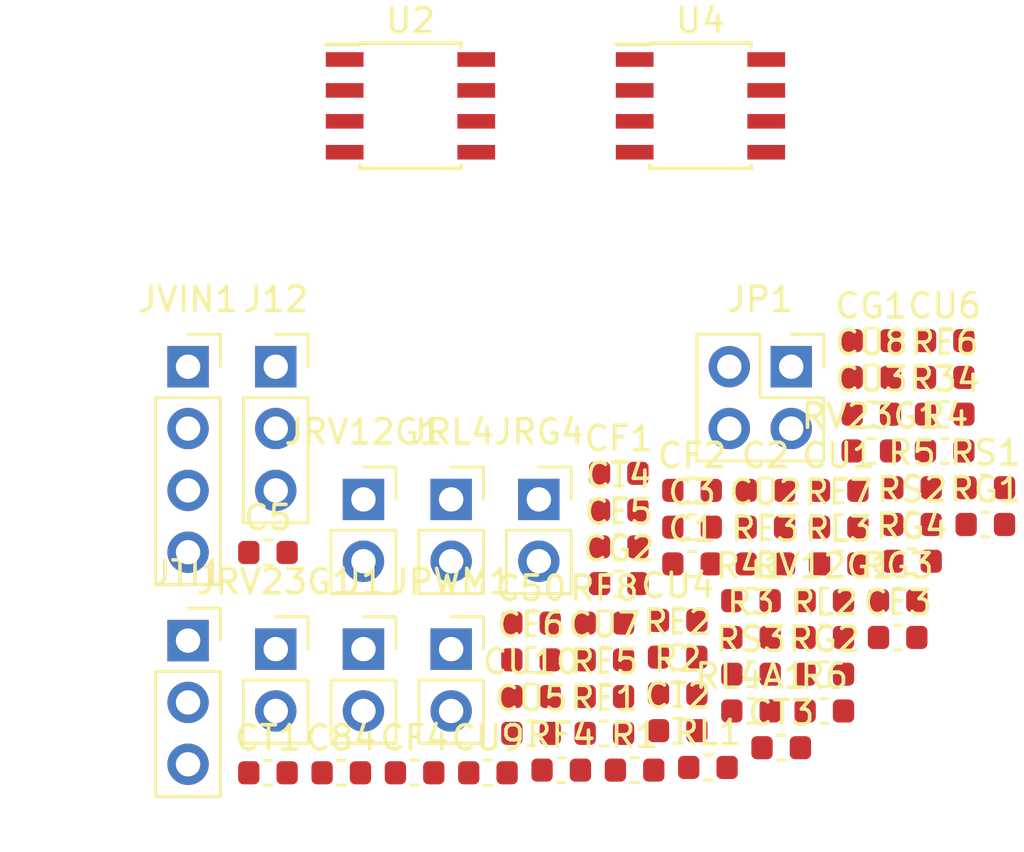
<source format=kicad_pcb>
(kicad_pcb (version 20171130) (host pcbnew 5.0.0-fee4fd1~66~ubuntu18.04.1)

  (general
    (thickness 1.6)
    (drawings 0)
    (tracks 0)
    (zones 0)
    (modules 69)
    (nets 45)
  )

  (page A4)
  (layers
    (0 F.Cu signal)
    (31 B.Cu signal)
    (32 B.Adhes user)
    (33 F.Adhes user)
    (34 B.Paste user)
    (35 F.Paste user)
    (36 B.SilkS user)
    (37 F.SilkS user)
    (38 B.Mask user)
    (39 F.Mask user)
    (40 Dwgs.User user)
    (41 Cmts.User user)
    (42 Eco1.User user)
    (43 Eco2.User user)
    (44 Edge.Cuts user)
    (45 Margin user)
    (46 B.CrtYd user)
    (47 F.CrtYd user)
    (48 B.Fab user)
    (49 F.Fab user)
  )

  (setup
    (last_trace_width 0.25)
    (trace_clearance 0.2)
    (zone_clearance 0.508)
    (zone_45_only no)
    (trace_min 0.2)
    (segment_width 0.2)
    (edge_width 0.1)
    (via_size 0.8)
    (via_drill 0.4)
    (via_min_size 0.4)
    (via_min_drill 0.3)
    (uvia_size 0.3)
    (uvia_drill 0.1)
    (uvias_allowed no)
    (uvia_min_size 0.2)
    (uvia_min_drill 0.1)
    (pcb_text_width 0.3)
    (pcb_text_size 1.5 1.5)
    (mod_edge_width 0.15)
    (mod_text_size 1 1)
    (mod_text_width 0.15)
    (pad_size 1.5 1.5)
    (pad_drill 0.6)
    (pad_to_mask_clearance 0)
    (aux_axis_origin 0 0)
    (visible_elements FFFFF77F)
    (pcbplotparams
      (layerselection 0x010fc_ffffffff)
      (usegerberextensions false)
      (usegerberattributes false)
      (usegerberadvancedattributes false)
      (creategerberjobfile false)
      (excludeedgelayer true)
      (linewidth 0.100000)
      (plotframeref false)
      (viasonmask false)
      (mode 1)
      (useauxorigin false)
      (hpglpennumber 1)
      (hpglpenspeed 20)
      (hpglpendiameter 15.000000)
      (psnegative false)
      (psa4output false)
      (plotreference true)
      (plotvalue true)
      (plotinvisibletext false)
      (padsonsilk false)
      (subtractmaskfromsilk false)
      (outputformat 1)
      (mirror false)
      (drillshape 1)
      (scaleselection 1)
      (outputdirectory ""))
  )

  (net 0 "")
  (net 1 GNDREF)
  (net 2 "Net-(C1-Pad2)")
  (net 3 "Net-(C2-Pad2)")
  (net 4 "Net-(C3-Pad2)")
  (net 5 "Net-(C5-Pad2)")
  (net 6 "Net-(C50-Pad2)")
  (net 7 "Net-(C84-Pad2)")
  (net 8 "Net-(CF1-Pad2)")
  (net 9 V12B)
  (net 10 TIB)
  (net 11 "Net-(CF2-Pad2)")
  (net 12 "Net-(CF3-Pad2)")
  (net 13 V12C)
  (net 14 "Net-(CF4-Pad2)")
  (net 15 V23B)
  (net 16 "Net-(CF5-Pad2)")
  (net 17 V23C)
  (net 18 TIC)
  (net 19 "Net-(CF6-Pad2)")
  (net 20 GND)
  (net 21 VCC)
  (net 22 TG1)
  (net 23 P4)
  (net 24 TG2)
  (net 25 TG3)
  (net 26 TG4)
  (net 27 V12A)
  (net 28 P1)
  (net 29 P3)
  (net 30 RL4)
  (net 31 "Net-(JRL4-Pad2)")
  (net 32 "Net-(JRV12G1-Pad2)")
  (net 33 "Net-(JRV12G1-Pad1)")
  (net 34 "Net-(JRV23G1-Pad2)")
  (net 35 "Net-(JRV23G1-Pad1)")
  (net 36 TIA)
  (net 37 VIN3)
  (net 38 "Net-(R1-Pad1)")
  (net 39 PWM1-D)
  (net 40 PWM2-D)
  (net 41 "Net-(RF7-Pad2)")
  (net 42 V23A)
  (net 43 "Net-(U2-Pad5)")
  (net 44 "Net-(U3-Pad6)")

  (net_class Default "This is the default net class."
    (clearance 0.2)
    (trace_width 0.25)
    (via_dia 0.8)
    (via_drill 0.4)
    (uvia_dia 0.3)
    (uvia_drill 0.1)
    (add_net GND)
    (add_net GNDREF)
    (add_net "Net-(C1-Pad2)")
    (add_net "Net-(C2-Pad2)")
    (add_net "Net-(C3-Pad2)")
    (add_net "Net-(C5-Pad2)")
    (add_net "Net-(C50-Pad2)")
    (add_net "Net-(C84-Pad2)")
    (add_net "Net-(CF1-Pad2)")
    (add_net "Net-(CF2-Pad2)")
    (add_net "Net-(CF3-Pad2)")
    (add_net "Net-(CF4-Pad2)")
    (add_net "Net-(CF5-Pad2)")
    (add_net "Net-(CF6-Pad2)")
    (add_net "Net-(JRL4-Pad2)")
    (add_net "Net-(JRV12G1-Pad1)")
    (add_net "Net-(JRV12G1-Pad2)")
    (add_net "Net-(JRV23G1-Pad1)")
    (add_net "Net-(JRV23G1-Pad2)")
    (add_net "Net-(R1-Pad1)")
    (add_net "Net-(RF7-Pad2)")
    (add_net "Net-(U2-Pad5)")
    (add_net "Net-(U3-Pad6)")
    (add_net P1)
    (add_net P3)
    (add_net P4)
    (add_net PWM1-D)
    (add_net PWM2-D)
    (add_net RL4)
    (add_net TG1)
    (add_net TG2)
    (add_net TG3)
    (add_net TG4)
    (add_net TIA)
    (add_net TIB)
    (add_net TIC)
    (add_net V12A)
    (add_net V12B)
    (add_net V12C)
    (add_net V23A)
    (add_net V23B)
    (add_net V23C)
    (add_net VCC)
    (add_net VIN3)
  )

  (module Capacitor_SMD:C_0603_1608Metric (layer F.Cu) (tedit 5B301BBE) (tstamp 5BDE924B)
    (at 65.695001 44.215001)
    (descr "Capacitor SMD 0603 (1608 Metric), square (rectangular) end terminal, IPC_7351 nominal, (Body size source: http://www.tortai-tech.com/upload/download/2011102023233369053.pdf), generated with kicad-footprint-generator")
    (tags capacitor)
    (path /5AE626D2)
    (attr smd)
    (fp_text reference C1 (at 0 -1.43) (layer F.SilkS)
      (effects (font (size 1 1) (thickness 0.15)))
    )
    (fp_text value "1 nF" (at 0 1.43) (layer F.Fab)
      (effects (font (size 1 1) (thickness 0.15)))
    )
    (fp_line (start -0.8 0.4) (end -0.8 -0.4) (layer F.Fab) (width 0.1))
    (fp_line (start -0.8 -0.4) (end 0.8 -0.4) (layer F.Fab) (width 0.1))
    (fp_line (start 0.8 -0.4) (end 0.8 0.4) (layer F.Fab) (width 0.1))
    (fp_line (start 0.8 0.4) (end -0.8 0.4) (layer F.Fab) (width 0.1))
    (fp_line (start -0.162779 -0.51) (end 0.162779 -0.51) (layer F.SilkS) (width 0.12))
    (fp_line (start -0.162779 0.51) (end 0.162779 0.51) (layer F.SilkS) (width 0.12))
    (fp_line (start -1.48 0.73) (end -1.48 -0.73) (layer F.CrtYd) (width 0.05))
    (fp_line (start -1.48 -0.73) (end 1.48 -0.73) (layer F.CrtYd) (width 0.05))
    (fp_line (start 1.48 -0.73) (end 1.48 0.73) (layer F.CrtYd) (width 0.05))
    (fp_line (start 1.48 0.73) (end -1.48 0.73) (layer F.CrtYd) (width 0.05))
    (fp_text user %R (at 0 0) (layer F.Fab)
      (effects (font (size 0.4 0.4) (thickness 0.06)))
    )
    (pad 1 smd roundrect (at -0.7875 0) (size 0.875 0.95) (layers F.Cu F.Paste F.Mask) (roundrect_rratio 0.25)
      (net 1 GNDREF))
    (pad 2 smd roundrect (at 0.7875 0) (size 0.875 0.95) (layers F.Cu F.Paste F.Mask) (roundrect_rratio 0.25)
      (net 2 "Net-(C1-Pad2)"))
    (model ${KISYS3DMOD}/Capacitor_SMD.3dshapes/C_0603_1608Metric.wrl
      (at (xyz 0 0 0))
      (scale (xyz 1 1 1))
      (rotate (xyz 0 0 0))
    )
  )

  (module Capacitor_SMD:C_0603_1608Metric (layer F.Cu) (tedit 5B301BBE) (tstamp 5BDE925C)
    (at 68.705001 41.195001)
    (descr "Capacitor SMD 0603 (1608 Metric), square (rectangular) end terminal, IPC_7351 nominal, (Body size source: http://www.tortai-tech.com/upload/download/2011102023233369053.pdf), generated with kicad-footprint-generator")
    (tags capacitor)
    (path /5AE626A0)
    (attr smd)
    (fp_text reference C2 (at 0 -1.43) (layer F.SilkS)
      (effects (font (size 1 1) (thickness 0.15)))
    )
    (fp_text value "1 nF" (at 0 1.43) (layer F.Fab)
      (effects (font (size 1 1) (thickness 0.15)))
    )
    (fp_line (start -0.8 0.4) (end -0.8 -0.4) (layer F.Fab) (width 0.1))
    (fp_line (start -0.8 -0.4) (end 0.8 -0.4) (layer F.Fab) (width 0.1))
    (fp_line (start 0.8 -0.4) (end 0.8 0.4) (layer F.Fab) (width 0.1))
    (fp_line (start 0.8 0.4) (end -0.8 0.4) (layer F.Fab) (width 0.1))
    (fp_line (start -0.162779 -0.51) (end 0.162779 -0.51) (layer F.SilkS) (width 0.12))
    (fp_line (start -0.162779 0.51) (end 0.162779 0.51) (layer F.SilkS) (width 0.12))
    (fp_line (start -1.48 0.73) (end -1.48 -0.73) (layer F.CrtYd) (width 0.05))
    (fp_line (start -1.48 -0.73) (end 1.48 -0.73) (layer F.CrtYd) (width 0.05))
    (fp_line (start 1.48 -0.73) (end 1.48 0.73) (layer F.CrtYd) (width 0.05))
    (fp_line (start 1.48 0.73) (end -1.48 0.73) (layer F.CrtYd) (width 0.05))
    (fp_text user %R (at 0 0) (layer F.Fab)
      (effects (font (size 0.4 0.4) (thickness 0.06)))
    )
    (pad 1 smd roundrect (at -0.7875 0) (size 0.875 0.95) (layers F.Cu F.Paste F.Mask) (roundrect_rratio 0.25)
      (net 1 GNDREF))
    (pad 2 smd roundrect (at 0.7875 0) (size 0.875 0.95) (layers F.Cu F.Paste F.Mask) (roundrect_rratio 0.25)
      (net 3 "Net-(C2-Pad2)"))
    (model ${KISYS3DMOD}/Capacitor_SMD.3dshapes/C_0603_1608Metric.wrl
      (at (xyz 0 0 0))
      (scale (xyz 1 1 1))
      (rotate (xyz 0 0 0))
    )
  )

  (module Capacitor_SMD:C_0603_1608Metric (layer F.Cu) (tedit 5B301BBE) (tstamp 5BDE926D)
    (at 65.695001 42.705001)
    (descr "Capacitor SMD 0603 (1608 Metric), square (rectangular) end terminal, IPC_7351 nominal, (Body size source: http://www.tortai-tech.com/upload/download/2011102023233369053.pdf), generated with kicad-footprint-generator")
    (tags capacitor)
    (path /5AE38F08)
    (attr smd)
    (fp_text reference C3 (at 0 -1.43) (layer F.SilkS)
      (effects (font (size 1 1) (thickness 0.15)))
    )
    (fp_text value "1 nF" (at 0 1.43) (layer F.Fab)
      (effects (font (size 1 1) (thickness 0.15)))
    )
    (fp_line (start -0.8 0.4) (end -0.8 -0.4) (layer F.Fab) (width 0.1))
    (fp_line (start -0.8 -0.4) (end 0.8 -0.4) (layer F.Fab) (width 0.1))
    (fp_line (start 0.8 -0.4) (end 0.8 0.4) (layer F.Fab) (width 0.1))
    (fp_line (start 0.8 0.4) (end -0.8 0.4) (layer F.Fab) (width 0.1))
    (fp_line (start -0.162779 -0.51) (end 0.162779 -0.51) (layer F.SilkS) (width 0.12))
    (fp_line (start -0.162779 0.51) (end 0.162779 0.51) (layer F.SilkS) (width 0.12))
    (fp_line (start -1.48 0.73) (end -1.48 -0.73) (layer F.CrtYd) (width 0.05))
    (fp_line (start -1.48 -0.73) (end 1.48 -0.73) (layer F.CrtYd) (width 0.05))
    (fp_line (start 1.48 -0.73) (end 1.48 0.73) (layer F.CrtYd) (width 0.05))
    (fp_line (start 1.48 0.73) (end -1.48 0.73) (layer F.CrtYd) (width 0.05))
    (fp_text user %R (at 0 0) (layer F.Fab)
      (effects (font (size 0.4 0.4) (thickness 0.06)))
    )
    (pad 1 smd roundrect (at -0.7875 0) (size 0.875 0.95) (layers F.Cu F.Paste F.Mask) (roundrect_rratio 0.25)
      (net 1 GNDREF))
    (pad 2 smd roundrect (at 0.7875 0) (size 0.875 0.95) (layers F.Cu F.Paste F.Mask) (roundrect_rratio 0.25)
      (net 4 "Net-(C3-Pad2)"))
    (model ${KISYS3DMOD}/Capacitor_SMD.3dshapes/C_0603_1608Metric.wrl
      (at (xyz 0 0 0))
      (scale (xyz 1 1 1))
      (rotate (xyz 0 0 0))
    )
  )

  (module Capacitor_SMD:C_0603_1608Metric (layer F.Cu) (tedit 5B301BBE) (tstamp 5BDE927E)
    (at 48.285001 43.745001)
    (descr "Capacitor SMD 0603 (1608 Metric), square (rectangular) end terminal, IPC_7351 nominal, (Body size source: http://www.tortai-tech.com/upload/download/2011102023233369053.pdf), generated with kicad-footprint-generator")
    (tags capacitor)
    (path /5AE3D016)
    (attr smd)
    (fp_text reference C5 (at 0 -1.43) (layer F.SilkS)
      (effects (font (size 1 1) (thickness 0.15)))
    )
    (fp_text value 1nF (at 0 1.43) (layer F.Fab)
      (effects (font (size 1 1) (thickness 0.15)))
    )
    (fp_text user %R (at 0 0) (layer F.Fab)
      (effects (font (size 0.4 0.4) (thickness 0.06)))
    )
    (fp_line (start 1.48 0.73) (end -1.48 0.73) (layer F.CrtYd) (width 0.05))
    (fp_line (start 1.48 -0.73) (end 1.48 0.73) (layer F.CrtYd) (width 0.05))
    (fp_line (start -1.48 -0.73) (end 1.48 -0.73) (layer F.CrtYd) (width 0.05))
    (fp_line (start -1.48 0.73) (end -1.48 -0.73) (layer F.CrtYd) (width 0.05))
    (fp_line (start -0.162779 0.51) (end 0.162779 0.51) (layer F.SilkS) (width 0.12))
    (fp_line (start -0.162779 -0.51) (end 0.162779 -0.51) (layer F.SilkS) (width 0.12))
    (fp_line (start 0.8 0.4) (end -0.8 0.4) (layer F.Fab) (width 0.1))
    (fp_line (start 0.8 -0.4) (end 0.8 0.4) (layer F.Fab) (width 0.1))
    (fp_line (start -0.8 -0.4) (end 0.8 -0.4) (layer F.Fab) (width 0.1))
    (fp_line (start -0.8 0.4) (end -0.8 -0.4) (layer F.Fab) (width 0.1))
    (pad 2 smd roundrect (at 0.7875 0) (size 0.875 0.95) (layers F.Cu F.Paste F.Mask) (roundrect_rratio 0.25)
      (net 5 "Net-(C5-Pad2)"))
    (pad 1 smd roundrect (at -0.7875 0) (size 0.875 0.95) (layers F.Cu F.Paste F.Mask) (roundrect_rratio 0.25)
      (net 1 GNDREF))
    (model ${KISYS3DMOD}/Capacitor_SMD.3dshapes/C_0603_1608Metric.wrl
      (at (xyz 0 0 0))
      (scale (xyz 1 1 1))
      (rotate (xyz 0 0 0))
    )
  )

  (module Capacitor_SMD:C_0603_1608Metric (layer F.Cu) (tedit 5B301BBE) (tstamp 5BDE928F)
    (at 59.085001 46.645001)
    (descr "Capacitor SMD 0603 (1608 Metric), square (rectangular) end terminal, IPC_7351 nominal, (Body size source: http://www.tortai-tech.com/upload/download/2011102023233369053.pdf), generated with kicad-footprint-generator")
    (tags capacitor)
    (path /5ACDA491)
    (attr smd)
    (fp_text reference C50 (at 0 -1.43) (layer F.SilkS)
      (effects (font (size 1 1) (thickness 0.15)))
    )
    (fp_text value "1 nF" (at 0 1.43) (layer F.Fab)
      (effects (font (size 1 1) (thickness 0.15)))
    )
    (fp_line (start -0.8 0.4) (end -0.8 -0.4) (layer F.Fab) (width 0.1))
    (fp_line (start -0.8 -0.4) (end 0.8 -0.4) (layer F.Fab) (width 0.1))
    (fp_line (start 0.8 -0.4) (end 0.8 0.4) (layer F.Fab) (width 0.1))
    (fp_line (start 0.8 0.4) (end -0.8 0.4) (layer F.Fab) (width 0.1))
    (fp_line (start -0.162779 -0.51) (end 0.162779 -0.51) (layer F.SilkS) (width 0.12))
    (fp_line (start -0.162779 0.51) (end 0.162779 0.51) (layer F.SilkS) (width 0.12))
    (fp_line (start -1.48 0.73) (end -1.48 -0.73) (layer F.CrtYd) (width 0.05))
    (fp_line (start -1.48 -0.73) (end 1.48 -0.73) (layer F.CrtYd) (width 0.05))
    (fp_line (start 1.48 -0.73) (end 1.48 0.73) (layer F.CrtYd) (width 0.05))
    (fp_line (start 1.48 0.73) (end -1.48 0.73) (layer F.CrtYd) (width 0.05))
    (fp_text user %R (at 0 0) (layer F.Fab)
      (effects (font (size 0.4 0.4) (thickness 0.06)))
    )
    (pad 1 smd roundrect (at -0.7875 0) (size 0.875 0.95) (layers F.Cu F.Paste F.Mask) (roundrect_rratio 0.25)
      (net 1 GNDREF))
    (pad 2 smd roundrect (at 0.7875 0) (size 0.875 0.95) (layers F.Cu F.Paste F.Mask) (roundrect_rratio 0.25)
      (net 6 "Net-(C50-Pad2)"))
    (model ${KISYS3DMOD}/Capacitor_SMD.3dshapes/C_0603_1608Metric.wrl
      (at (xyz 0 0 0))
      (scale (xyz 1 1 1))
      (rotate (xyz 0 0 0))
    )
  )

  (module Capacitor_SMD:C_0603_1608Metric (layer F.Cu) (tedit 5B301BBE) (tstamp 5BDE92A0)
    (at 51.295001 52.795001)
    (descr "Capacitor SMD 0603 (1608 Metric), square (rectangular) end terminal, IPC_7351 nominal, (Body size source: http://www.tortai-tech.com/upload/download/2011102023233369053.pdf), generated with kicad-footprint-generator")
    (tags capacitor)
    (path /5ACDB237)
    (attr smd)
    (fp_text reference C84 (at 0 -1.43) (layer F.SilkS)
      (effects (font (size 1 1) (thickness 0.15)))
    )
    (fp_text value 1nF (at 0 1.43) (layer F.Fab)
      (effects (font (size 1 1) (thickness 0.15)))
    )
    (fp_text user %R (at 0 0) (layer F.Fab)
      (effects (font (size 0.4 0.4) (thickness 0.06)))
    )
    (fp_line (start 1.48 0.73) (end -1.48 0.73) (layer F.CrtYd) (width 0.05))
    (fp_line (start 1.48 -0.73) (end 1.48 0.73) (layer F.CrtYd) (width 0.05))
    (fp_line (start -1.48 -0.73) (end 1.48 -0.73) (layer F.CrtYd) (width 0.05))
    (fp_line (start -1.48 0.73) (end -1.48 -0.73) (layer F.CrtYd) (width 0.05))
    (fp_line (start -0.162779 0.51) (end 0.162779 0.51) (layer F.SilkS) (width 0.12))
    (fp_line (start -0.162779 -0.51) (end 0.162779 -0.51) (layer F.SilkS) (width 0.12))
    (fp_line (start 0.8 0.4) (end -0.8 0.4) (layer F.Fab) (width 0.1))
    (fp_line (start 0.8 -0.4) (end 0.8 0.4) (layer F.Fab) (width 0.1))
    (fp_line (start -0.8 -0.4) (end 0.8 -0.4) (layer F.Fab) (width 0.1))
    (fp_line (start -0.8 0.4) (end -0.8 -0.4) (layer F.Fab) (width 0.1))
    (pad 2 smd roundrect (at 0.7875 0) (size 0.875 0.95) (layers F.Cu F.Paste F.Mask) (roundrect_rratio 0.25)
      (net 7 "Net-(C84-Pad2)"))
    (pad 1 smd roundrect (at -0.7875 0) (size 0.875 0.95) (layers F.Cu F.Paste F.Mask) (roundrect_rratio 0.25)
      (net 1 GNDREF))
    (model ${KISYS3DMOD}/Capacitor_SMD.3dshapes/C_0603_1608Metric.wrl
      (at (xyz 0 0 0))
      (scale (xyz 1 1 1))
      (rotate (xyz 0 0 0))
    )
  )

  (module Capacitor_SMD:C_0603_1608Metric (layer F.Cu) (tedit 5B301BBE) (tstamp 5BDE92B1)
    (at 62.685001 40.495001)
    (descr "Capacitor SMD 0603 (1608 Metric), square (rectangular) end terminal, IPC_7351 nominal, (Body size source: http://www.tortai-tech.com/upload/download/2011102023233369053.pdf), generated with kicad-footprint-generator")
    (tags capacitor)
    (path /5AE626CB)
    (attr smd)
    (fp_text reference CF1 (at 0 -1.43) (layer F.SilkS)
      (effects (font (size 1 1) (thickness 0.15)))
    )
    (fp_text value 1nF (at 0 1.43) (layer F.Fab)
      (effects (font (size 1 1) (thickness 0.15)))
    )
    (fp_text user %R (at 0 0) (layer F.Fab)
      (effects (font (size 0.4 0.4) (thickness 0.06)))
    )
    (fp_line (start 1.48 0.73) (end -1.48 0.73) (layer F.CrtYd) (width 0.05))
    (fp_line (start 1.48 -0.73) (end 1.48 0.73) (layer F.CrtYd) (width 0.05))
    (fp_line (start -1.48 -0.73) (end 1.48 -0.73) (layer F.CrtYd) (width 0.05))
    (fp_line (start -1.48 0.73) (end -1.48 -0.73) (layer F.CrtYd) (width 0.05))
    (fp_line (start -0.162779 0.51) (end 0.162779 0.51) (layer F.SilkS) (width 0.12))
    (fp_line (start -0.162779 -0.51) (end 0.162779 -0.51) (layer F.SilkS) (width 0.12))
    (fp_line (start 0.8 0.4) (end -0.8 0.4) (layer F.Fab) (width 0.1))
    (fp_line (start 0.8 -0.4) (end 0.8 0.4) (layer F.Fab) (width 0.1))
    (fp_line (start -0.8 -0.4) (end 0.8 -0.4) (layer F.Fab) (width 0.1))
    (fp_line (start -0.8 0.4) (end -0.8 -0.4) (layer F.Fab) (width 0.1))
    (pad 2 smd roundrect (at 0.7875 0) (size 0.875 0.95) (layers F.Cu F.Paste F.Mask) (roundrect_rratio 0.25)
      (net 8 "Net-(CF1-Pad2)"))
    (pad 1 smd roundrect (at -0.7875 0) (size 0.875 0.95) (layers F.Cu F.Paste F.Mask) (roundrect_rratio 0.25)
      (net 9 V12B))
    (model ${KISYS3DMOD}/Capacitor_SMD.3dshapes/C_0603_1608Metric.wrl
      (at (xyz 0 0 0))
      (scale (xyz 1 1 1))
      (rotate (xyz 0 0 0))
    )
  )

  (module Capacitor_SMD:C_0603_1608Metric (layer F.Cu) (tedit 5B301BBE) (tstamp 5BDE92C2)
    (at 65.695001 41.195001)
    (descr "Capacitor SMD 0603 (1608 Metric), square (rectangular) end terminal, IPC_7351 nominal, (Body size source: http://www.tortai-tech.com/upload/download/2011102023233369053.pdf), generated with kicad-footprint-generator")
    (tags capacitor)
    (path /5ACE0809)
    (attr smd)
    (fp_text reference CF2 (at 0 -1.43) (layer F.SilkS)
      (effects (font (size 1 1) (thickness 0.15)))
    )
    (fp_text value 1nF (at 0 1.43) (layer F.Fab)
      (effects (font (size 1 1) (thickness 0.15)))
    )
    (fp_line (start -0.8 0.4) (end -0.8 -0.4) (layer F.Fab) (width 0.1))
    (fp_line (start -0.8 -0.4) (end 0.8 -0.4) (layer F.Fab) (width 0.1))
    (fp_line (start 0.8 -0.4) (end 0.8 0.4) (layer F.Fab) (width 0.1))
    (fp_line (start 0.8 0.4) (end -0.8 0.4) (layer F.Fab) (width 0.1))
    (fp_line (start -0.162779 -0.51) (end 0.162779 -0.51) (layer F.SilkS) (width 0.12))
    (fp_line (start -0.162779 0.51) (end 0.162779 0.51) (layer F.SilkS) (width 0.12))
    (fp_line (start -1.48 0.73) (end -1.48 -0.73) (layer F.CrtYd) (width 0.05))
    (fp_line (start -1.48 -0.73) (end 1.48 -0.73) (layer F.CrtYd) (width 0.05))
    (fp_line (start 1.48 -0.73) (end 1.48 0.73) (layer F.CrtYd) (width 0.05))
    (fp_line (start 1.48 0.73) (end -1.48 0.73) (layer F.CrtYd) (width 0.05))
    (fp_text user %R (at 0 0) (layer F.Fab)
      (effects (font (size 0.4 0.4) (thickness 0.06)))
    )
    (pad 1 smd roundrect (at -0.7875 0) (size 0.875 0.95) (layers F.Cu F.Paste F.Mask) (roundrect_rratio 0.25)
      (net 10 TIB))
    (pad 2 smd roundrect (at 0.7875 0) (size 0.875 0.95) (layers F.Cu F.Paste F.Mask) (roundrect_rratio 0.25)
      (net 11 "Net-(CF2-Pad2)"))
    (model ${KISYS3DMOD}/Capacitor_SMD.3dshapes/C_0603_1608Metric.wrl
      (at (xyz 0 0 0))
      (scale (xyz 1 1 1))
      (rotate (xyz 0 0 0))
    )
  )

  (module Capacitor_SMD:C_0603_1608Metric (layer F.Cu) (tedit 5B301BBE) (tstamp 5BDE92D3)
    (at 74.135001 47.235001)
    (descr "Capacitor SMD 0603 (1608 Metric), square (rectangular) end terminal, IPC_7351 nominal, (Body size source: http://www.tortai-tech.com/upload/download/2011102023233369053.pdf), generated with kicad-footprint-generator")
    (tags capacitor)
    (path /5AE62699)
    (attr smd)
    (fp_text reference CF3 (at 0 -1.43) (layer F.SilkS)
      (effects (font (size 1 1) (thickness 0.15)))
    )
    (fp_text value 1nF (at 0 1.43) (layer F.Fab)
      (effects (font (size 1 1) (thickness 0.15)))
    )
    (fp_text user %R (at 0 0) (layer F.Fab)
      (effects (font (size 0.4 0.4) (thickness 0.06)))
    )
    (fp_line (start 1.48 0.73) (end -1.48 0.73) (layer F.CrtYd) (width 0.05))
    (fp_line (start 1.48 -0.73) (end 1.48 0.73) (layer F.CrtYd) (width 0.05))
    (fp_line (start -1.48 -0.73) (end 1.48 -0.73) (layer F.CrtYd) (width 0.05))
    (fp_line (start -1.48 0.73) (end -1.48 -0.73) (layer F.CrtYd) (width 0.05))
    (fp_line (start -0.162779 0.51) (end 0.162779 0.51) (layer F.SilkS) (width 0.12))
    (fp_line (start -0.162779 -0.51) (end 0.162779 -0.51) (layer F.SilkS) (width 0.12))
    (fp_line (start 0.8 0.4) (end -0.8 0.4) (layer F.Fab) (width 0.1))
    (fp_line (start 0.8 -0.4) (end 0.8 0.4) (layer F.Fab) (width 0.1))
    (fp_line (start -0.8 -0.4) (end 0.8 -0.4) (layer F.Fab) (width 0.1))
    (fp_line (start -0.8 0.4) (end -0.8 -0.4) (layer F.Fab) (width 0.1))
    (pad 2 smd roundrect (at 0.7875 0) (size 0.875 0.95) (layers F.Cu F.Paste F.Mask) (roundrect_rratio 0.25)
      (net 12 "Net-(CF3-Pad2)"))
    (pad 1 smd roundrect (at -0.7875 0) (size 0.875 0.95) (layers F.Cu F.Paste F.Mask) (roundrect_rratio 0.25)
      (net 13 V12C))
    (model ${KISYS3DMOD}/Capacitor_SMD.3dshapes/C_0603_1608Metric.wrl
      (at (xyz 0 0 0))
      (scale (xyz 1 1 1))
      (rotate (xyz 0 0 0))
    )
  )

  (module Capacitor_SMD:C_0603_1608Metric (layer F.Cu) (tedit 5B301BBE) (tstamp 5BDE92E4)
    (at 54.305001 52.795001)
    (descr "Capacitor SMD 0603 (1608 Metric), square (rectangular) end terminal, IPC_7351 nominal, (Body size source: http://www.tortai-tech.com/upload/download/2011102023233369053.pdf), generated with kicad-footprint-generator")
    (tags capacitor)
    (path /5AE38F00)
    (attr smd)
    (fp_text reference CF4 (at 0 -1.43) (layer F.SilkS)
      (effects (font (size 1 1) (thickness 0.15)))
    )
    (fp_text value 1nF (at 0 1.43) (layer F.Fab)
      (effects (font (size 1 1) (thickness 0.15)))
    )
    (fp_text user %R (at 0 0) (layer F.Fab)
      (effects (font (size 0.4 0.4) (thickness 0.06)))
    )
    (fp_line (start 1.48 0.73) (end -1.48 0.73) (layer F.CrtYd) (width 0.05))
    (fp_line (start 1.48 -0.73) (end 1.48 0.73) (layer F.CrtYd) (width 0.05))
    (fp_line (start -1.48 -0.73) (end 1.48 -0.73) (layer F.CrtYd) (width 0.05))
    (fp_line (start -1.48 0.73) (end -1.48 -0.73) (layer F.CrtYd) (width 0.05))
    (fp_line (start -0.162779 0.51) (end 0.162779 0.51) (layer F.SilkS) (width 0.12))
    (fp_line (start -0.162779 -0.51) (end 0.162779 -0.51) (layer F.SilkS) (width 0.12))
    (fp_line (start 0.8 0.4) (end -0.8 0.4) (layer F.Fab) (width 0.1))
    (fp_line (start 0.8 -0.4) (end 0.8 0.4) (layer F.Fab) (width 0.1))
    (fp_line (start -0.8 -0.4) (end 0.8 -0.4) (layer F.Fab) (width 0.1))
    (fp_line (start -0.8 0.4) (end -0.8 -0.4) (layer F.Fab) (width 0.1))
    (pad 2 smd roundrect (at 0.7875 0) (size 0.875 0.95) (layers F.Cu F.Paste F.Mask) (roundrect_rratio 0.25)
      (net 14 "Net-(CF4-Pad2)"))
    (pad 1 smd roundrect (at -0.7875 0) (size 0.875 0.95) (layers F.Cu F.Paste F.Mask) (roundrect_rratio 0.25)
      (net 15 V23B))
    (model ${KISYS3DMOD}/Capacitor_SMD.3dshapes/C_0603_1608Metric.wrl
      (at (xyz 0 0 0))
      (scale (xyz 1 1 1))
      (rotate (xyz 0 0 0))
    )
  )

  (module Capacitor_SMD:C_0603_1608Metric (layer F.Cu) (tedit 5B301BBE) (tstamp 5BDE92F5)
    (at 62.685001 43.515001)
    (descr "Capacitor SMD 0603 (1608 Metric), square (rectangular) end terminal, IPC_7351 nominal, (Body size source: http://www.tortai-tech.com/upload/download/2011102023233369053.pdf), generated with kicad-footprint-generator")
    (tags capacitor)
    (path /5AED7F24)
    (attr smd)
    (fp_text reference CF5 (at 0 -1.43) (layer F.SilkS)
      (effects (font (size 1 1) (thickness 0.15)))
    )
    (fp_text value 1nF (at 0 1.43) (layer F.Fab)
      (effects (font (size 1 1) (thickness 0.15)))
    )
    (fp_text user %R (at 0 0) (layer F.Fab)
      (effects (font (size 0.4 0.4) (thickness 0.06)))
    )
    (fp_line (start 1.48 0.73) (end -1.48 0.73) (layer F.CrtYd) (width 0.05))
    (fp_line (start 1.48 -0.73) (end 1.48 0.73) (layer F.CrtYd) (width 0.05))
    (fp_line (start -1.48 -0.73) (end 1.48 -0.73) (layer F.CrtYd) (width 0.05))
    (fp_line (start -1.48 0.73) (end -1.48 -0.73) (layer F.CrtYd) (width 0.05))
    (fp_line (start -0.162779 0.51) (end 0.162779 0.51) (layer F.SilkS) (width 0.12))
    (fp_line (start -0.162779 -0.51) (end 0.162779 -0.51) (layer F.SilkS) (width 0.12))
    (fp_line (start 0.8 0.4) (end -0.8 0.4) (layer F.Fab) (width 0.1))
    (fp_line (start 0.8 -0.4) (end 0.8 0.4) (layer F.Fab) (width 0.1))
    (fp_line (start -0.8 -0.4) (end 0.8 -0.4) (layer F.Fab) (width 0.1))
    (fp_line (start -0.8 0.4) (end -0.8 -0.4) (layer F.Fab) (width 0.1))
    (pad 2 smd roundrect (at 0.7875 0) (size 0.875 0.95) (layers F.Cu F.Paste F.Mask) (roundrect_rratio 0.25)
      (net 16 "Net-(CF5-Pad2)"))
    (pad 1 smd roundrect (at -0.7875 0) (size 0.875 0.95) (layers F.Cu F.Paste F.Mask) (roundrect_rratio 0.25)
      (net 17 V23C))
    (model ${KISYS3DMOD}/Capacitor_SMD.3dshapes/C_0603_1608Metric.wrl
      (at (xyz 0 0 0))
      (scale (xyz 1 1 1))
      (rotate (xyz 0 0 0))
    )
  )

  (module Capacitor_SMD:C_0603_1608Metric (layer F.Cu) (tedit 5B301BBE) (tstamp 5BDE9306)
    (at 59.085001 48.155001)
    (descr "Capacitor SMD 0603 (1608 Metric), square (rectangular) end terminal, IPC_7351 nominal, (Body size source: http://www.tortai-tech.com/upload/download/2011102023233369053.pdf), generated with kicad-footprint-generator")
    (tags capacitor)
    (path /5AE3D030)
    (attr smd)
    (fp_text reference CF6 (at 0 -1.43) (layer F.SilkS)
      (effects (font (size 1 1) (thickness 0.15)))
    )
    (fp_text value 1nF (at 0 1.43) (layer F.Fab)
      (effects (font (size 1 1) (thickness 0.15)))
    )
    (fp_line (start -0.8 0.4) (end -0.8 -0.4) (layer F.Fab) (width 0.1))
    (fp_line (start -0.8 -0.4) (end 0.8 -0.4) (layer F.Fab) (width 0.1))
    (fp_line (start 0.8 -0.4) (end 0.8 0.4) (layer F.Fab) (width 0.1))
    (fp_line (start 0.8 0.4) (end -0.8 0.4) (layer F.Fab) (width 0.1))
    (fp_line (start -0.162779 -0.51) (end 0.162779 -0.51) (layer F.SilkS) (width 0.12))
    (fp_line (start -0.162779 0.51) (end 0.162779 0.51) (layer F.SilkS) (width 0.12))
    (fp_line (start -1.48 0.73) (end -1.48 -0.73) (layer F.CrtYd) (width 0.05))
    (fp_line (start -1.48 -0.73) (end 1.48 -0.73) (layer F.CrtYd) (width 0.05))
    (fp_line (start 1.48 -0.73) (end 1.48 0.73) (layer F.CrtYd) (width 0.05))
    (fp_line (start 1.48 0.73) (end -1.48 0.73) (layer F.CrtYd) (width 0.05))
    (fp_text user %R (at 0 0) (layer F.Fab)
      (effects (font (size 0.4 0.4) (thickness 0.06)))
    )
    (pad 1 smd roundrect (at -0.7875 0) (size 0.875 0.95) (layers F.Cu F.Paste F.Mask) (roundrect_rratio 0.25)
      (net 18 TIC))
    (pad 2 smd roundrect (at 0.7875 0) (size 0.875 0.95) (layers F.Cu F.Paste F.Mask) (roundrect_rratio 0.25)
      (net 19 "Net-(CF6-Pad2)"))
    (model ${KISYS3DMOD}/Capacitor_SMD.3dshapes/C_0603_1608Metric.wrl
      (at (xyz 0 0 0))
      (scale (xyz 1 1 1))
      (rotate (xyz 0 0 0))
    )
  )

  (module Capacitor_SMD:C_0603_1608Metric (layer F.Cu) (tedit 5B301BBE) (tstamp 5BDE9317)
    (at 73.055001 35.045001)
    (descr "Capacitor SMD 0603 (1608 Metric), square (rectangular) end terminal, IPC_7351 nominal, (Body size source: http://www.tortai-tech.com/upload/download/2011102023233369053.pdf), generated with kicad-footprint-generator")
    (tags capacitor)
    (path /5AF37FE6)
    (attr smd)
    (fp_text reference CG1 (at 0 -1.43) (layer F.SilkS)
      (effects (font (size 1 1) (thickness 0.15)))
    )
    (fp_text value 10uF (at 0 1.43) (layer F.Fab)
      (effects (font (size 1 1) (thickness 0.15)))
    )
    (fp_text user %R (at 0 0) (layer F.Fab)
      (effects (font (size 0.4 0.4) (thickness 0.06)))
    )
    (fp_line (start 1.48 0.73) (end -1.48 0.73) (layer F.CrtYd) (width 0.05))
    (fp_line (start 1.48 -0.73) (end 1.48 0.73) (layer F.CrtYd) (width 0.05))
    (fp_line (start -1.48 -0.73) (end 1.48 -0.73) (layer F.CrtYd) (width 0.05))
    (fp_line (start -1.48 0.73) (end -1.48 -0.73) (layer F.CrtYd) (width 0.05))
    (fp_line (start -0.162779 0.51) (end 0.162779 0.51) (layer F.SilkS) (width 0.12))
    (fp_line (start -0.162779 -0.51) (end 0.162779 -0.51) (layer F.SilkS) (width 0.12))
    (fp_line (start 0.8 0.4) (end -0.8 0.4) (layer F.Fab) (width 0.1))
    (fp_line (start 0.8 -0.4) (end 0.8 0.4) (layer F.Fab) (width 0.1))
    (fp_line (start -0.8 -0.4) (end 0.8 -0.4) (layer F.Fab) (width 0.1))
    (fp_line (start -0.8 0.4) (end -0.8 -0.4) (layer F.Fab) (width 0.1))
    (pad 2 smd roundrect (at 0.7875 0) (size 0.875 0.95) (layers F.Cu F.Paste F.Mask) (roundrect_rratio 0.25)
      (net 20 GND))
    (pad 1 smd roundrect (at -0.7875 0) (size 0.875 0.95) (layers F.Cu F.Paste F.Mask) (roundrect_rratio 0.25)
      (net 21 VCC))
    (model ${KISYS3DMOD}/Capacitor_SMD.3dshapes/C_0603_1608Metric.wrl
      (at (xyz 0 0 0))
      (scale (xyz 1 1 1))
      (rotate (xyz 0 0 0))
    )
  )

  (module Capacitor_SMD:C_0603_1608Metric (layer F.Cu) (tedit 5B301BBE) (tstamp 5BDE9328)
    (at 62.685001 45.025001)
    (descr "Capacitor SMD 0603 (1608 Metric), square (rectangular) end terminal, IPC_7351 nominal, (Body size source: http://www.tortai-tech.com/upload/download/2011102023233369053.pdf), generated with kicad-footprint-generator")
    (tags capacitor)
    (path /5AF37FF8)
    (attr smd)
    (fp_text reference CG2 (at 0 -1.43) (layer F.SilkS)
      (effects (font (size 1 1) (thickness 0.15)))
    )
    (fp_text value 10uF (at 0 1.43) (layer F.Fab)
      (effects (font (size 1 1) (thickness 0.15)))
    )
    (fp_text user %R (at 0 0) (layer F.Fab)
      (effects (font (size 0.4 0.4) (thickness 0.06)))
    )
    (fp_line (start 1.48 0.73) (end -1.48 0.73) (layer F.CrtYd) (width 0.05))
    (fp_line (start 1.48 -0.73) (end 1.48 0.73) (layer F.CrtYd) (width 0.05))
    (fp_line (start -1.48 -0.73) (end 1.48 -0.73) (layer F.CrtYd) (width 0.05))
    (fp_line (start -1.48 0.73) (end -1.48 -0.73) (layer F.CrtYd) (width 0.05))
    (fp_line (start -0.162779 0.51) (end 0.162779 0.51) (layer F.SilkS) (width 0.12))
    (fp_line (start -0.162779 -0.51) (end 0.162779 -0.51) (layer F.SilkS) (width 0.12))
    (fp_line (start 0.8 0.4) (end -0.8 0.4) (layer F.Fab) (width 0.1))
    (fp_line (start 0.8 -0.4) (end 0.8 0.4) (layer F.Fab) (width 0.1))
    (fp_line (start -0.8 -0.4) (end 0.8 -0.4) (layer F.Fab) (width 0.1))
    (fp_line (start -0.8 0.4) (end -0.8 -0.4) (layer F.Fab) (width 0.1))
    (pad 2 smd roundrect (at 0.7875 0) (size 0.875 0.95) (layers F.Cu F.Paste F.Mask) (roundrect_rratio 0.25)
      (net 20 GND))
    (pad 1 smd roundrect (at -0.7875 0) (size 0.875 0.95) (layers F.Cu F.Paste F.Mask) (roundrect_rratio 0.25)
      (net 21 VCC))
    (model ${KISYS3DMOD}/Capacitor_SMD.3dshapes/C_0603_1608Metric.wrl
      (at (xyz 0 0 0))
      (scale (xyz 1 1 1))
      (rotate (xyz 0 0 0))
    )
  )

  (module Capacitor_SMD:C_0603_1608Metric (layer F.Cu) (tedit 5B301BBE) (tstamp 5BDE9339)
    (at 48.285001 52.795001)
    (descr "Capacitor SMD 0603 (1608 Metric), square (rectangular) end terminal, IPC_7351 nominal, (Body size source: http://www.tortai-tech.com/upload/download/2011102023233369053.pdf), generated with kicad-footprint-generator")
    (tags capacitor)
    (path /5AE87525)
    (attr smd)
    (fp_text reference CT1 (at 0 -1.43) (layer F.SilkS)
      (effects (font (size 1 1) (thickness 0.15)))
    )
    (fp_text value 1nF (at 0 1.43) (layer F.Fab)
      (effects (font (size 1 1) (thickness 0.15)))
    )
    (fp_line (start -0.8 0.4) (end -0.8 -0.4) (layer F.Fab) (width 0.1))
    (fp_line (start -0.8 -0.4) (end 0.8 -0.4) (layer F.Fab) (width 0.1))
    (fp_line (start 0.8 -0.4) (end 0.8 0.4) (layer F.Fab) (width 0.1))
    (fp_line (start 0.8 0.4) (end -0.8 0.4) (layer F.Fab) (width 0.1))
    (fp_line (start -0.162779 -0.51) (end 0.162779 -0.51) (layer F.SilkS) (width 0.12))
    (fp_line (start -0.162779 0.51) (end 0.162779 0.51) (layer F.SilkS) (width 0.12))
    (fp_line (start -1.48 0.73) (end -1.48 -0.73) (layer F.CrtYd) (width 0.05))
    (fp_line (start -1.48 -0.73) (end 1.48 -0.73) (layer F.CrtYd) (width 0.05))
    (fp_line (start 1.48 -0.73) (end 1.48 0.73) (layer F.CrtYd) (width 0.05))
    (fp_line (start 1.48 0.73) (end -1.48 0.73) (layer F.CrtYd) (width 0.05))
    (fp_text user %R (at 0 0) (layer F.Fab)
      (effects (font (size 0.4 0.4) (thickness 0.06)))
    )
    (pad 1 smd roundrect (at -0.7875 0) (size 0.875 0.95) (layers F.Cu F.Paste F.Mask) (roundrect_rratio 0.25)
      (net 22 TG1))
    (pad 2 smd roundrect (at 0.7875 0) (size 0.875 0.95) (layers F.Cu F.Paste F.Mask) (roundrect_rratio 0.25)
      (net 23 P4))
    (model ${KISYS3DMOD}/Capacitor_SMD.3dshapes/C_0603_1608Metric.wrl
      (at (xyz 0 0 0))
      (scale (xyz 1 1 1))
      (rotate (xyz 0 0 0))
    )
  )

  (module Capacitor_SMD:C_0603_1608Metric (layer F.Cu) (tedit 5B301BBE) (tstamp 5BDE934A)
    (at 65.105001 51.065001)
    (descr "Capacitor SMD 0603 (1608 Metric), square (rectangular) end terminal, IPC_7351 nominal, (Body size source: http://www.tortai-tech.com/upload/download/2011102023233369053.pdf), generated with kicad-footprint-generator")
    (tags capacitor)
    (path /5AE87350)
    (attr smd)
    (fp_text reference CT2 (at 0 -1.43) (layer F.SilkS)
      (effects (font (size 1 1) (thickness 0.15)))
    )
    (fp_text value 1nF (at 0 1.43) (layer F.Fab)
      (effects (font (size 1 1) (thickness 0.15)))
    )
    (fp_line (start -0.8 0.4) (end -0.8 -0.4) (layer F.Fab) (width 0.1))
    (fp_line (start -0.8 -0.4) (end 0.8 -0.4) (layer F.Fab) (width 0.1))
    (fp_line (start 0.8 -0.4) (end 0.8 0.4) (layer F.Fab) (width 0.1))
    (fp_line (start 0.8 0.4) (end -0.8 0.4) (layer F.Fab) (width 0.1))
    (fp_line (start -0.162779 -0.51) (end 0.162779 -0.51) (layer F.SilkS) (width 0.12))
    (fp_line (start -0.162779 0.51) (end 0.162779 0.51) (layer F.SilkS) (width 0.12))
    (fp_line (start -1.48 0.73) (end -1.48 -0.73) (layer F.CrtYd) (width 0.05))
    (fp_line (start -1.48 -0.73) (end 1.48 -0.73) (layer F.CrtYd) (width 0.05))
    (fp_line (start 1.48 -0.73) (end 1.48 0.73) (layer F.CrtYd) (width 0.05))
    (fp_line (start 1.48 0.73) (end -1.48 0.73) (layer F.CrtYd) (width 0.05))
    (fp_text user %R (at 0 0) (layer F.Fab)
      (effects (font (size 0.4 0.4) (thickness 0.06)))
    )
    (pad 1 smd roundrect (at -0.7875 0) (size 0.875 0.95) (layers F.Cu F.Paste F.Mask) (roundrect_rratio 0.25)
      (net 24 TG2))
    (pad 2 smd roundrect (at 0.7875 0) (size 0.875 0.95) (layers F.Cu F.Paste F.Mask) (roundrect_rratio 0.25)
      (net 23 P4))
    (model ${KISYS3DMOD}/Capacitor_SMD.3dshapes/C_0603_1608Metric.wrl
      (at (xyz 0 0 0))
      (scale (xyz 1 1 1))
      (rotate (xyz 0 0 0))
    )
  )

  (module Capacitor_SMD:C_0603_1608Metric (layer F.Cu) (tedit 5B301BBE) (tstamp 5BDE935B)
    (at 69.355001 51.765001)
    (descr "Capacitor SMD 0603 (1608 Metric), square (rectangular) end terminal, IPC_7351 nominal, (Body size source: http://www.tortai-tech.com/upload/download/2011102023233369053.pdf), generated with kicad-footprint-generator")
    (tags capacitor)
    (path /5AE867C3)
    (attr smd)
    (fp_text reference CT3 (at 0 -1.43) (layer F.SilkS)
      (effects (font (size 1 1) (thickness 0.15)))
    )
    (fp_text value 1nF (at 0 1.43) (layer F.Fab)
      (effects (font (size 1 1) (thickness 0.15)))
    )
    (fp_text user %R (at 0 0) (layer F.Fab)
      (effects (font (size 0.4 0.4) (thickness 0.06)))
    )
    (fp_line (start 1.48 0.73) (end -1.48 0.73) (layer F.CrtYd) (width 0.05))
    (fp_line (start 1.48 -0.73) (end 1.48 0.73) (layer F.CrtYd) (width 0.05))
    (fp_line (start -1.48 -0.73) (end 1.48 -0.73) (layer F.CrtYd) (width 0.05))
    (fp_line (start -1.48 0.73) (end -1.48 -0.73) (layer F.CrtYd) (width 0.05))
    (fp_line (start -0.162779 0.51) (end 0.162779 0.51) (layer F.SilkS) (width 0.12))
    (fp_line (start -0.162779 -0.51) (end 0.162779 -0.51) (layer F.SilkS) (width 0.12))
    (fp_line (start 0.8 0.4) (end -0.8 0.4) (layer F.Fab) (width 0.1))
    (fp_line (start 0.8 -0.4) (end 0.8 0.4) (layer F.Fab) (width 0.1))
    (fp_line (start -0.8 -0.4) (end 0.8 -0.4) (layer F.Fab) (width 0.1))
    (fp_line (start -0.8 0.4) (end -0.8 -0.4) (layer F.Fab) (width 0.1))
    (pad 2 smd roundrect (at 0.7875 0) (size 0.875 0.95) (layers F.Cu F.Paste F.Mask) (roundrect_rratio 0.25)
      (net 23 P4))
    (pad 1 smd roundrect (at -0.7875 0) (size 0.875 0.95) (layers F.Cu F.Paste F.Mask) (roundrect_rratio 0.25)
      (net 25 TG3))
    (model ${KISYS3DMOD}/Capacitor_SMD.3dshapes/C_0603_1608Metric.wrl
      (at (xyz 0 0 0))
      (scale (xyz 1 1 1))
      (rotate (xyz 0 0 0))
    )
  )

  (module Capacitor_SMD:C_0603_1608Metric (layer F.Cu) (tedit 5B301BBE) (tstamp 5BDE936C)
    (at 62.685001 42.005001)
    (descr "Capacitor SMD 0603 (1608 Metric), square (rectangular) end terminal, IPC_7351 nominal, (Body size source: http://www.tortai-tech.com/upload/download/2011102023233369053.pdf), generated with kicad-footprint-generator")
    (tags capacitor)
    (path /5AE83B4F)
    (attr smd)
    (fp_text reference CT4 (at 0 -1.43) (layer F.SilkS)
      (effects (font (size 1 1) (thickness 0.15)))
    )
    (fp_text value 1nF (at 0 1.43) (layer F.Fab)
      (effects (font (size 1 1) (thickness 0.15)))
    )
    (fp_line (start -0.8 0.4) (end -0.8 -0.4) (layer F.Fab) (width 0.1))
    (fp_line (start -0.8 -0.4) (end 0.8 -0.4) (layer F.Fab) (width 0.1))
    (fp_line (start 0.8 -0.4) (end 0.8 0.4) (layer F.Fab) (width 0.1))
    (fp_line (start 0.8 0.4) (end -0.8 0.4) (layer F.Fab) (width 0.1))
    (fp_line (start -0.162779 -0.51) (end 0.162779 -0.51) (layer F.SilkS) (width 0.12))
    (fp_line (start -0.162779 0.51) (end 0.162779 0.51) (layer F.SilkS) (width 0.12))
    (fp_line (start -1.48 0.73) (end -1.48 -0.73) (layer F.CrtYd) (width 0.05))
    (fp_line (start -1.48 -0.73) (end 1.48 -0.73) (layer F.CrtYd) (width 0.05))
    (fp_line (start 1.48 -0.73) (end 1.48 0.73) (layer F.CrtYd) (width 0.05))
    (fp_line (start 1.48 0.73) (end -1.48 0.73) (layer F.CrtYd) (width 0.05))
    (fp_text user %R (at 0 0) (layer F.Fab)
      (effects (font (size 0.4 0.4) (thickness 0.06)))
    )
    (pad 1 smd roundrect (at -0.7875 0) (size 0.875 0.95) (layers F.Cu F.Paste F.Mask) (roundrect_rratio 0.25)
      (net 26 TG4))
    (pad 2 smd roundrect (at 0.7875 0) (size 0.875 0.95) (layers F.Cu F.Paste F.Mask) (roundrect_rratio 0.25)
      (net 23 P4))
    (model ${KISYS3DMOD}/Capacitor_SMD.3dshapes/C_0603_1608Metric.wrl
      (at (xyz 0 0 0))
      (scale (xyz 1 1 1))
      (rotate (xyz 0 0 0))
    )
  )

  (module Capacitor_SMD:C_0603_1608Metric (layer F.Cu) (tedit 5B301BBE) (tstamp 5BDE937D)
    (at 71.715001 41.195001)
    (descr "Capacitor SMD 0603 (1608 Metric), square (rectangular) end terminal, IPC_7351 nominal, (Body size source: http://www.tortai-tech.com/upload/download/2011102023233369053.pdf), generated with kicad-footprint-generator")
    (tags capacitor)
    (path /5AC5C686)
    (attr smd)
    (fp_text reference CU1 (at 0 -1.43) (layer F.SilkS)
      (effects (font (size 1 1) (thickness 0.15)))
    )
    (fp_text value 0.1uF (at 0 1.43) (layer F.Fab)
      (effects (font (size 1 1) (thickness 0.15)))
    )
    (fp_text user %R (at 0 0) (layer F.Fab)
      (effects (font (size 0.4 0.4) (thickness 0.06)))
    )
    (fp_line (start 1.48 0.73) (end -1.48 0.73) (layer F.CrtYd) (width 0.05))
    (fp_line (start 1.48 -0.73) (end 1.48 0.73) (layer F.CrtYd) (width 0.05))
    (fp_line (start -1.48 -0.73) (end 1.48 -0.73) (layer F.CrtYd) (width 0.05))
    (fp_line (start -1.48 0.73) (end -1.48 -0.73) (layer F.CrtYd) (width 0.05))
    (fp_line (start -0.162779 0.51) (end 0.162779 0.51) (layer F.SilkS) (width 0.12))
    (fp_line (start -0.162779 -0.51) (end 0.162779 -0.51) (layer F.SilkS) (width 0.12))
    (fp_line (start 0.8 0.4) (end -0.8 0.4) (layer F.Fab) (width 0.1))
    (fp_line (start 0.8 -0.4) (end 0.8 0.4) (layer F.Fab) (width 0.1))
    (fp_line (start -0.8 -0.4) (end 0.8 -0.4) (layer F.Fab) (width 0.1))
    (fp_line (start -0.8 0.4) (end -0.8 -0.4) (layer F.Fab) (width 0.1))
    (pad 2 smd roundrect (at 0.7875 0) (size 0.875 0.95) (layers F.Cu F.Paste F.Mask) (roundrect_rratio 0.25)
      (net 20 GND))
    (pad 1 smd roundrect (at -0.7875 0) (size 0.875 0.95) (layers F.Cu F.Paste F.Mask) (roundrect_rratio 0.25)
      (net 21 VCC))
    (model ${KISYS3DMOD}/Capacitor_SMD.3dshapes/C_0603_1608Metric.wrl
      (at (xyz 0 0 0))
      (scale (xyz 1 1 1))
      (rotate (xyz 0 0 0))
    )
  )

  (module Capacitor_SMD:C_0603_1608Metric (layer F.Cu) (tedit 5B301BBE) (tstamp 5BDE938E)
    (at 68.705001 42.705001)
    (descr "Capacitor SMD 0603 (1608 Metric), square (rectangular) end terminal, IPC_7351 nominal, (Body size source: http://www.tortai-tech.com/upload/download/2011102023233369053.pdf), generated with kicad-footprint-generator")
    (tags capacitor)
    (path /5AF0A480)
    (attr smd)
    (fp_text reference CU2 (at 0 -1.43) (layer F.SilkS)
      (effects (font (size 1 1) (thickness 0.15)))
    )
    (fp_text value 0.1uF (at 0 1.43) (layer F.Fab)
      (effects (font (size 1 1) (thickness 0.15)))
    )
    (fp_text user %R (at 0 0) (layer F.Fab)
      (effects (font (size 0.4 0.4) (thickness 0.06)))
    )
    (fp_line (start 1.48 0.73) (end -1.48 0.73) (layer F.CrtYd) (width 0.05))
    (fp_line (start 1.48 -0.73) (end 1.48 0.73) (layer F.CrtYd) (width 0.05))
    (fp_line (start -1.48 -0.73) (end 1.48 -0.73) (layer F.CrtYd) (width 0.05))
    (fp_line (start -1.48 0.73) (end -1.48 -0.73) (layer F.CrtYd) (width 0.05))
    (fp_line (start -0.162779 0.51) (end 0.162779 0.51) (layer F.SilkS) (width 0.12))
    (fp_line (start -0.162779 -0.51) (end 0.162779 -0.51) (layer F.SilkS) (width 0.12))
    (fp_line (start 0.8 0.4) (end -0.8 0.4) (layer F.Fab) (width 0.1))
    (fp_line (start 0.8 -0.4) (end 0.8 0.4) (layer F.Fab) (width 0.1))
    (fp_line (start -0.8 -0.4) (end 0.8 -0.4) (layer F.Fab) (width 0.1))
    (fp_line (start -0.8 0.4) (end -0.8 -0.4) (layer F.Fab) (width 0.1))
    (pad 2 smd roundrect (at 0.7875 0) (size 0.875 0.95) (layers F.Cu F.Paste F.Mask) (roundrect_rratio 0.25)
      (net 20 GND))
    (pad 1 smd roundrect (at -0.7875 0) (size 0.875 0.95) (layers F.Cu F.Paste F.Mask) (roundrect_rratio 0.25)
      (net 21 VCC))
    (model ${KISYS3DMOD}/Capacitor_SMD.3dshapes/C_0603_1608Metric.wrl
      (at (xyz 0 0 0))
      (scale (xyz 1 1 1))
      (rotate (xyz 0 0 0))
    )
  )

  (module Capacitor_SMD:C_0603_1608Metric (layer F.Cu) (tedit 5B301BBE) (tstamp 5BDE939F)
    (at 73.055001 38.065001)
    (descr "Capacitor SMD 0603 (1608 Metric), square (rectangular) end terminal, IPC_7351 nominal, (Body size source: http://www.tortai-tech.com/upload/download/2011102023233369053.pdf), generated with kicad-footprint-generator")
    (tags capacitor)
    (path /5AF0A608)
    (attr smd)
    (fp_text reference CU3 (at 0 -1.43) (layer F.SilkS)
      (effects (font (size 1 1) (thickness 0.15)))
    )
    (fp_text value 0.1uF (at 0 1.43) (layer F.Fab)
      (effects (font (size 1 1) (thickness 0.15)))
    )
    (fp_line (start -0.8 0.4) (end -0.8 -0.4) (layer F.Fab) (width 0.1))
    (fp_line (start -0.8 -0.4) (end 0.8 -0.4) (layer F.Fab) (width 0.1))
    (fp_line (start 0.8 -0.4) (end 0.8 0.4) (layer F.Fab) (width 0.1))
    (fp_line (start 0.8 0.4) (end -0.8 0.4) (layer F.Fab) (width 0.1))
    (fp_line (start -0.162779 -0.51) (end 0.162779 -0.51) (layer F.SilkS) (width 0.12))
    (fp_line (start -0.162779 0.51) (end 0.162779 0.51) (layer F.SilkS) (width 0.12))
    (fp_line (start -1.48 0.73) (end -1.48 -0.73) (layer F.CrtYd) (width 0.05))
    (fp_line (start -1.48 -0.73) (end 1.48 -0.73) (layer F.CrtYd) (width 0.05))
    (fp_line (start 1.48 -0.73) (end 1.48 0.73) (layer F.CrtYd) (width 0.05))
    (fp_line (start 1.48 0.73) (end -1.48 0.73) (layer F.CrtYd) (width 0.05))
    (fp_text user %R (at 0 0) (layer F.Fab)
      (effects (font (size 0.4 0.4) (thickness 0.06)))
    )
    (pad 1 smd roundrect (at -0.7875 0) (size 0.875 0.95) (layers F.Cu F.Paste F.Mask) (roundrect_rratio 0.25)
      (net 21 VCC))
    (pad 2 smd roundrect (at 0.7875 0) (size 0.875 0.95) (layers F.Cu F.Paste F.Mask) (roundrect_rratio 0.25)
      (net 20 GND))
    (model ${KISYS3DMOD}/Capacitor_SMD.3dshapes/C_0603_1608Metric.wrl
      (at (xyz 0 0 0))
      (scale (xyz 1 1 1))
      (rotate (xyz 0 0 0))
    )
  )

  (module Capacitor_SMD:C_0603_1608Metric (layer F.Cu) (tedit 5B301BBE) (tstamp 5BDE93B0)
    (at 65.105001 46.535001)
    (descr "Capacitor SMD 0603 (1608 Metric), square (rectangular) end terminal, IPC_7351 nominal, (Body size source: http://www.tortai-tech.com/upload/download/2011102023233369053.pdf), generated with kicad-footprint-generator")
    (tags capacitor)
    (path /5AF0A7DE)
    (attr smd)
    (fp_text reference CU4 (at 0 -1.43) (layer F.SilkS)
      (effects (font (size 1 1) (thickness 0.15)))
    )
    (fp_text value 0.1uF (at 0 1.43) (layer F.Fab)
      (effects (font (size 1 1) (thickness 0.15)))
    )
    (fp_text user %R (at 0 0) (layer F.Fab)
      (effects (font (size 0.4 0.4) (thickness 0.06)))
    )
    (fp_line (start 1.48 0.73) (end -1.48 0.73) (layer F.CrtYd) (width 0.05))
    (fp_line (start 1.48 -0.73) (end 1.48 0.73) (layer F.CrtYd) (width 0.05))
    (fp_line (start -1.48 -0.73) (end 1.48 -0.73) (layer F.CrtYd) (width 0.05))
    (fp_line (start -1.48 0.73) (end -1.48 -0.73) (layer F.CrtYd) (width 0.05))
    (fp_line (start -0.162779 0.51) (end 0.162779 0.51) (layer F.SilkS) (width 0.12))
    (fp_line (start -0.162779 -0.51) (end 0.162779 -0.51) (layer F.SilkS) (width 0.12))
    (fp_line (start 0.8 0.4) (end -0.8 0.4) (layer F.Fab) (width 0.1))
    (fp_line (start 0.8 -0.4) (end 0.8 0.4) (layer F.Fab) (width 0.1))
    (fp_line (start -0.8 -0.4) (end 0.8 -0.4) (layer F.Fab) (width 0.1))
    (fp_line (start -0.8 0.4) (end -0.8 -0.4) (layer F.Fab) (width 0.1))
    (pad 2 smd roundrect (at 0.7875 0) (size 0.875 0.95) (layers F.Cu F.Paste F.Mask) (roundrect_rratio 0.25)
      (net 20 GND))
    (pad 1 smd roundrect (at -0.7875 0) (size 0.875 0.95) (layers F.Cu F.Paste F.Mask) (roundrect_rratio 0.25)
      (net 21 VCC))
    (model ${KISYS3DMOD}/Capacitor_SMD.3dshapes/C_0603_1608Metric.wrl
      (at (xyz 0 0 0))
      (scale (xyz 1 1 1))
      (rotate (xyz 0 0 0))
    )
  )

  (module Capacitor_SMD:C_0603_1608Metric (layer F.Cu) (tedit 5B301BBE) (tstamp 5BDE93C1)
    (at 59.085001 51.175001)
    (descr "Capacitor SMD 0603 (1608 Metric), square (rectangular) end terminal, IPC_7351 nominal, (Body size source: http://www.tortai-tech.com/upload/download/2011102023233369053.pdf), generated with kicad-footprint-generator")
    (tags capacitor)
    (path /5AF0A7F0)
    (attr smd)
    (fp_text reference CU5 (at 0 -1.43) (layer F.SilkS)
      (effects (font (size 1 1) (thickness 0.15)))
    )
    (fp_text value 0.1uF (at 0 1.43) (layer F.Fab)
      (effects (font (size 1 1) (thickness 0.15)))
    )
    (fp_line (start -0.8 0.4) (end -0.8 -0.4) (layer F.Fab) (width 0.1))
    (fp_line (start -0.8 -0.4) (end 0.8 -0.4) (layer F.Fab) (width 0.1))
    (fp_line (start 0.8 -0.4) (end 0.8 0.4) (layer F.Fab) (width 0.1))
    (fp_line (start 0.8 0.4) (end -0.8 0.4) (layer F.Fab) (width 0.1))
    (fp_line (start -0.162779 -0.51) (end 0.162779 -0.51) (layer F.SilkS) (width 0.12))
    (fp_line (start -0.162779 0.51) (end 0.162779 0.51) (layer F.SilkS) (width 0.12))
    (fp_line (start -1.48 0.73) (end -1.48 -0.73) (layer F.CrtYd) (width 0.05))
    (fp_line (start -1.48 -0.73) (end 1.48 -0.73) (layer F.CrtYd) (width 0.05))
    (fp_line (start 1.48 -0.73) (end 1.48 0.73) (layer F.CrtYd) (width 0.05))
    (fp_line (start 1.48 0.73) (end -1.48 0.73) (layer F.CrtYd) (width 0.05))
    (fp_text user %R (at 0 0) (layer F.Fab)
      (effects (font (size 0.4 0.4) (thickness 0.06)))
    )
    (pad 1 smd roundrect (at -0.7875 0) (size 0.875 0.95) (layers F.Cu F.Paste F.Mask) (roundrect_rratio 0.25)
      (net 21 VCC))
    (pad 2 smd roundrect (at 0.7875 0) (size 0.875 0.95) (layers F.Cu F.Paste F.Mask) (roundrect_rratio 0.25)
      (net 20 GND))
    (model ${KISYS3DMOD}/Capacitor_SMD.3dshapes/C_0603_1608Metric.wrl
      (at (xyz 0 0 0))
      (scale (xyz 1 1 1))
      (rotate (xyz 0 0 0))
    )
  )

  (module Capacitor_SMD:C_0603_1608Metric (layer F.Cu) (tedit 5B301BBE) (tstamp 5BDE93D2)
    (at 76.065001 35.045001)
    (descr "Capacitor SMD 0603 (1608 Metric), square (rectangular) end terminal, IPC_7351 nominal, (Body size source: http://www.tortai-tech.com/upload/download/2011102023233369053.pdf), generated with kicad-footprint-generator")
    (tags capacitor)
    (path /5AF0BA70)
    (attr smd)
    (fp_text reference CU6 (at 0 -1.43) (layer F.SilkS)
      (effects (font (size 1 1) (thickness 0.15)))
    )
    (fp_text value 0.1uF (at 0 1.43) (layer F.Fab)
      (effects (font (size 1 1) (thickness 0.15)))
    )
    (fp_text user %R (at 0 0) (layer F.Fab)
      (effects (font (size 0.4 0.4) (thickness 0.06)))
    )
    (fp_line (start 1.48 0.73) (end -1.48 0.73) (layer F.CrtYd) (width 0.05))
    (fp_line (start 1.48 -0.73) (end 1.48 0.73) (layer F.CrtYd) (width 0.05))
    (fp_line (start -1.48 -0.73) (end 1.48 -0.73) (layer F.CrtYd) (width 0.05))
    (fp_line (start -1.48 0.73) (end -1.48 -0.73) (layer F.CrtYd) (width 0.05))
    (fp_line (start -0.162779 0.51) (end 0.162779 0.51) (layer F.SilkS) (width 0.12))
    (fp_line (start -0.162779 -0.51) (end 0.162779 -0.51) (layer F.SilkS) (width 0.12))
    (fp_line (start 0.8 0.4) (end -0.8 0.4) (layer F.Fab) (width 0.1))
    (fp_line (start 0.8 -0.4) (end 0.8 0.4) (layer F.Fab) (width 0.1))
    (fp_line (start -0.8 -0.4) (end 0.8 -0.4) (layer F.Fab) (width 0.1))
    (fp_line (start -0.8 0.4) (end -0.8 -0.4) (layer F.Fab) (width 0.1))
    (pad 2 smd roundrect (at 0.7875 0) (size 0.875 0.95) (layers F.Cu F.Paste F.Mask) (roundrect_rratio 0.25)
      (net 20 GND))
    (pad 1 smd roundrect (at -0.7875 0) (size 0.875 0.95) (layers F.Cu F.Paste F.Mask) (roundrect_rratio 0.25)
      (net 21 VCC))
    (model ${KISYS3DMOD}/Capacitor_SMD.3dshapes/C_0603_1608Metric.wrl
      (at (xyz 0 0 0))
      (scale (xyz 1 1 1))
      (rotate (xyz 0 0 0))
    )
  )

  (module Capacitor_SMD:C_0603_1608Metric (layer F.Cu) (tedit 5B301BBE) (tstamp 5BDE93E3)
    (at 62.095001 48.155001)
    (descr "Capacitor SMD 0603 (1608 Metric), square (rectangular) end terminal, IPC_7351 nominal, (Body size source: http://www.tortai-tech.com/upload/download/2011102023233369053.pdf), generated with kicad-footprint-generator")
    (tags capacitor)
    (path /5AF0BA82)
    (attr smd)
    (fp_text reference CU7 (at 0 -1.43) (layer F.SilkS)
      (effects (font (size 1 1) (thickness 0.15)))
    )
    (fp_text value 0.1uF (at 0 1.43) (layer F.Fab)
      (effects (font (size 1 1) (thickness 0.15)))
    )
    (fp_line (start -0.8 0.4) (end -0.8 -0.4) (layer F.Fab) (width 0.1))
    (fp_line (start -0.8 -0.4) (end 0.8 -0.4) (layer F.Fab) (width 0.1))
    (fp_line (start 0.8 -0.4) (end 0.8 0.4) (layer F.Fab) (width 0.1))
    (fp_line (start 0.8 0.4) (end -0.8 0.4) (layer F.Fab) (width 0.1))
    (fp_line (start -0.162779 -0.51) (end 0.162779 -0.51) (layer F.SilkS) (width 0.12))
    (fp_line (start -0.162779 0.51) (end 0.162779 0.51) (layer F.SilkS) (width 0.12))
    (fp_line (start -1.48 0.73) (end -1.48 -0.73) (layer F.CrtYd) (width 0.05))
    (fp_line (start -1.48 -0.73) (end 1.48 -0.73) (layer F.CrtYd) (width 0.05))
    (fp_line (start 1.48 -0.73) (end 1.48 0.73) (layer F.CrtYd) (width 0.05))
    (fp_line (start 1.48 0.73) (end -1.48 0.73) (layer F.CrtYd) (width 0.05))
    (fp_text user %R (at 0 0) (layer F.Fab)
      (effects (font (size 0.4 0.4) (thickness 0.06)))
    )
    (pad 1 smd roundrect (at -0.7875 0) (size 0.875 0.95) (layers F.Cu F.Paste F.Mask) (roundrect_rratio 0.25)
      (net 21 VCC))
    (pad 2 smd roundrect (at 0.7875 0) (size 0.875 0.95) (layers F.Cu F.Paste F.Mask) (roundrect_rratio 0.25)
      (net 20 GND))
    (model ${KISYS3DMOD}/Capacitor_SMD.3dshapes/C_0603_1608Metric.wrl
      (at (xyz 0 0 0))
      (scale (xyz 1 1 1))
      (rotate (xyz 0 0 0))
    )
  )

  (module Capacitor_SMD:C_0603_1608Metric (layer F.Cu) (tedit 5B301BBE) (tstamp 5BDE93F4)
    (at 73.055001 36.555001)
    (descr "Capacitor SMD 0603 (1608 Metric), square (rectangular) end terminal, IPC_7351 nominal, (Body size source: http://www.tortai-tech.com/upload/download/2011102023233369053.pdf), generated with kicad-footprint-generator")
    (tags capacitor)
    (path /5AF0BA94)
    (attr smd)
    (fp_text reference CU8 (at 0 -1.43) (layer F.SilkS)
      (effects (font (size 1 1) (thickness 0.15)))
    )
    (fp_text value 0.1uF (at 0 1.43) (layer F.Fab)
      (effects (font (size 1 1) (thickness 0.15)))
    )
    (fp_line (start -0.8 0.4) (end -0.8 -0.4) (layer F.Fab) (width 0.1))
    (fp_line (start -0.8 -0.4) (end 0.8 -0.4) (layer F.Fab) (width 0.1))
    (fp_line (start 0.8 -0.4) (end 0.8 0.4) (layer F.Fab) (width 0.1))
    (fp_line (start 0.8 0.4) (end -0.8 0.4) (layer F.Fab) (width 0.1))
    (fp_line (start -0.162779 -0.51) (end 0.162779 -0.51) (layer F.SilkS) (width 0.12))
    (fp_line (start -0.162779 0.51) (end 0.162779 0.51) (layer F.SilkS) (width 0.12))
    (fp_line (start -1.48 0.73) (end -1.48 -0.73) (layer F.CrtYd) (width 0.05))
    (fp_line (start -1.48 -0.73) (end 1.48 -0.73) (layer F.CrtYd) (width 0.05))
    (fp_line (start 1.48 -0.73) (end 1.48 0.73) (layer F.CrtYd) (width 0.05))
    (fp_line (start 1.48 0.73) (end -1.48 0.73) (layer F.CrtYd) (width 0.05))
    (fp_text user %R (at 0 0) (layer F.Fab)
      (effects (font (size 0.4 0.4) (thickness 0.06)))
    )
    (pad 1 smd roundrect (at -0.7875 0) (size 0.875 0.95) (layers F.Cu F.Paste F.Mask) (roundrect_rratio 0.25)
      (net 21 VCC))
    (pad 2 smd roundrect (at 0.7875 0) (size 0.875 0.95) (layers F.Cu F.Paste F.Mask) (roundrect_rratio 0.25)
      (net 20 GND))
    (model ${KISYS3DMOD}/Capacitor_SMD.3dshapes/C_0603_1608Metric.wrl
      (at (xyz 0 0 0))
      (scale (xyz 1 1 1))
      (rotate (xyz 0 0 0))
    )
  )

  (module Capacitor_SMD:C_0603_1608Metric (layer F.Cu) (tedit 5B301BBE) (tstamp 5BDE9405)
    (at 57.315001 52.795001)
    (descr "Capacitor SMD 0603 (1608 Metric), square (rectangular) end terminal, IPC_7351 nominal, (Body size source: http://www.tortai-tech.com/upload/download/2011102023233369053.pdf), generated with kicad-footprint-generator")
    (tags capacitor)
    (path /5AF0BAA6)
    (attr smd)
    (fp_text reference CU9 (at 0 -1.43) (layer F.SilkS)
      (effects (font (size 1 1) (thickness 0.15)))
    )
    (fp_text value 0.1uF (at 0 1.43) (layer F.Fab)
      (effects (font (size 1 1) (thickness 0.15)))
    )
    (fp_line (start -0.8 0.4) (end -0.8 -0.4) (layer F.Fab) (width 0.1))
    (fp_line (start -0.8 -0.4) (end 0.8 -0.4) (layer F.Fab) (width 0.1))
    (fp_line (start 0.8 -0.4) (end 0.8 0.4) (layer F.Fab) (width 0.1))
    (fp_line (start 0.8 0.4) (end -0.8 0.4) (layer F.Fab) (width 0.1))
    (fp_line (start -0.162779 -0.51) (end 0.162779 -0.51) (layer F.SilkS) (width 0.12))
    (fp_line (start -0.162779 0.51) (end 0.162779 0.51) (layer F.SilkS) (width 0.12))
    (fp_line (start -1.48 0.73) (end -1.48 -0.73) (layer F.CrtYd) (width 0.05))
    (fp_line (start -1.48 -0.73) (end 1.48 -0.73) (layer F.CrtYd) (width 0.05))
    (fp_line (start 1.48 -0.73) (end 1.48 0.73) (layer F.CrtYd) (width 0.05))
    (fp_line (start 1.48 0.73) (end -1.48 0.73) (layer F.CrtYd) (width 0.05))
    (fp_text user %R (at 0 0) (layer F.Fab)
      (effects (font (size 0.4 0.4) (thickness 0.06)))
    )
    (pad 1 smd roundrect (at -0.7875 0) (size 0.875 0.95) (layers F.Cu F.Paste F.Mask) (roundrect_rratio 0.25)
      (net 21 VCC))
    (pad 2 smd roundrect (at 0.7875 0) (size 0.875 0.95) (layers F.Cu F.Paste F.Mask) (roundrect_rratio 0.25)
      (net 20 GND))
    (model ${KISYS3DMOD}/Capacitor_SMD.3dshapes/C_0603_1608Metric.wrl
      (at (xyz 0 0 0))
      (scale (xyz 1 1 1))
      (rotate (xyz 0 0 0))
    )
  )

  (module Capacitor_SMD:C_0603_1608Metric (layer F.Cu) (tedit 5B301BBE) (tstamp 5BDE9416)
    (at 59.085001 49.665001)
    (descr "Capacitor SMD 0603 (1608 Metric), square (rectangular) end terminal, IPC_7351 nominal, (Body size source: http://www.tortai-tech.com/upload/download/2011102023233369053.pdf), generated with kicad-footprint-generator")
    (tags capacitor)
    (path /5AF0BAB8)
    (attr smd)
    (fp_text reference CU10 (at 0 -1.43) (layer F.SilkS)
      (effects (font (size 1 1) (thickness 0.15)))
    )
    (fp_text value 0.1uF (at 0 1.43) (layer F.Fab)
      (effects (font (size 1 1) (thickness 0.15)))
    )
    (fp_text user %R (at 0 0) (layer F.Fab)
      (effects (font (size 0.4 0.4) (thickness 0.06)))
    )
    (fp_line (start 1.48 0.73) (end -1.48 0.73) (layer F.CrtYd) (width 0.05))
    (fp_line (start 1.48 -0.73) (end 1.48 0.73) (layer F.CrtYd) (width 0.05))
    (fp_line (start -1.48 -0.73) (end 1.48 -0.73) (layer F.CrtYd) (width 0.05))
    (fp_line (start -1.48 0.73) (end -1.48 -0.73) (layer F.CrtYd) (width 0.05))
    (fp_line (start -0.162779 0.51) (end 0.162779 0.51) (layer F.SilkS) (width 0.12))
    (fp_line (start -0.162779 -0.51) (end 0.162779 -0.51) (layer F.SilkS) (width 0.12))
    (fp_line (start 0.8 0.4) (end -0.8 0.4) (layer F.Fab) (width 0.1))
    (fp_line (start 0.8 -0.4) (end 0.8 0.4) (layer F.Fab) (width 0.1))
    (fp_line (start -0.8 -0.4) (end 0.8 -0.4) (layer F.Fab) (width 0.1))
    (fp_line (start -0.8 0.4) (end -0.8 -0.4) (layer F.Fab) (width 0.1))
    (pad 2 smd roundrect (at 0.7875 0) (size 0.875 0.95) (layers F.Cu F.Paste F.Mask) (roundrect_rratio 0.25)
      (net 20 GND))
    (pad 1 smd roundrect (at -0.7875 0) (size 0.875 0.95) (layers F.Cu F.Paste F.Mask) (roundrect_rratio 0.25)
      (net 21 VCC))
    (model ${KISYS3DMOD}/Capacitor_SMD.3dshapes/C_0603_1608Metric.wrl
      (at (xyz 0 0 0))
      (scale (xyz 1 1 1))
      (rotate (xyz 0 0 0))
    )
  )

  (module Connector_PinSocket_2.54mm:PinSocket_1x02_P2.54mm_Vertical (layer F.Cu) (tedit 5A19A420) (tstamp 5BDE942C)
    (at 52.205001 47.715001)
    (descr "Through hole straight socket strip, 1x02, 2.54mm pitch, single row (from Kicad 4.0.7), script generated")
    (tags "Through hole socket strip THT 1x02 2.54mm single row")
    (path /5AC58BB7)
    (fp_text reference J1 (at 0 -2.77) (layer F.SilkS)
      (effects (font (size 1 1) (thickness 0.15)))
    )
    (fp_text value Power_input (at 0 5.31) (layer F.Fab)
      (effects (font (size 1 1) (thickness 0.15)))
    )
    (fp_line (start -1.27 -1.27) (end 0.635 -1.27) (layer F.Fab) (width 0.1))
    (fp_line (start 0.635 -1.27) (end 1.27 -0.635) (layer F.Fab) (width 0.1))
    (fp_line (start 1.27 -0.635) (end 1.27 3.81) (layer F.Fab) (width 0.1))
    (fp_line (start 1.27 3.81) (end -1.27 3.81) (layer F.Fab) (width 0.1))
    (fp_line (start -1.27 3.81) (end -1.27 -1.27) (layer F.Fab) (width 0.1))
    (fp_line (start -1.33 1.27) (end 1.33 1.27) (layer F.SilkS) (width 0.12))
    (fp_line (start -1.33 1.27) (end -1.33 3.87) (layer F.SilkS) (width 0.12))
    (fp_line (start -1.33 3.87) (end 1.33 3.87) (layer F.SilkS) (width 0.12))
    (fp_line (start 1.33 1.27) (end 1.33 3.87) (layer F.SilkS) (width 0.12))
    (fp_line (start 1.33 -1.33) (end 1.33 0) (layer F.SilkS) (width 0.12))
    (fp_line (start 0 -1.33) (end 1.33 -1.33) (layer F.SilkS) (width 0.12))
    (fp_line (start -1.8 -1.8) (end 1.75 -1.8) (layer F.CrtYd) (width 0.05))
    (fp_line (start 1.75 -1.8) (end 1.75 4.3) (layer F.CrtYd) (width 0.05))
    (fp_line (start 1.75 4.3) (end -1.8 4.3) (layer F.CrtYd) (width 0.05))
    (fp_line (start -1.8 4.3) (end -1.8 -1.8) (layer F.CrtYd) (width 0.05))
    (fp_text user %R (at 0 1.27 90) (layer F.Fab)
      (effects (font (size 1 1) (thickness 0.15)))
    )
    (pad 1 thru_hole rect (at 0 0) (size 1.7 1.7) (drill 1) (layers *.Cu *.Mask)
      (net 21 VCC))
    (pad 2 thru_hole oval (at 0 2.54) (size 1.7 1.7) (drill 1) (layers *.Cu *.Mask)
      (net 20 GND))
    (model ${KISYS3DMOD}/Connector_PinSocket_2.54mm.3dshapes/PinSocket_1x02_P2.54mm_Vertical.wrl
      (at (xyz 0 0 0))
      (scale (xyz 1 1 1))
      (rotate (xyz 0 0 0))
    )
  )

  (module Connector_PinSocket_2.54mm:PinSocket_1x03_P2.54mm_Vertical (layer F.Cu) (tedit 5A19A429) (tstamp 5BDE9443)
    (at 48.605001 36.115001)
    (descr "Through hole straight socket strip, 1x03, 2.54mm pitch, single row (from Kicad 4.0.7), script generated")
    (tags "Through hole socket strip THT 1x03 2.54mm single row")
    (path /5B013017)
    (fp_text reference J12 (at 0 -2.77) (layer F.SilkS)
      (effects (font (size 1 1) (thickness 0.15)))
    )
    (fp_text value Conn_01x03_Female (at 0 7.85) (layer F.Fab)
      (effects (font (size 1 1) (thickness 0.15)))
    )
    (fp_text user %R (at 0 2.54 90) (layer F.Fab)
      (effects (font (size 1 1) (thickness 0.15)))
    )
    (fp_line (start -1.8 6.85) (end -1.8 -1.8) (layer F.CrtYd) (width 0.05))
    (fp_line (start 1.75 6.85) (end -1.8 6.85) (layer F.CrtYd) (width 0.05))
    (fp_line (start 1.75 -1.8) (end 1.75 6.85) (layer F.CrtYd) (width 0.05))
    (fp_line (start -1.8 -1.8) (end 1.75 -1.8) (layer F.CrtYd) (width 0.05))
    (fp_line (start 0 -1.33) (end 1.33 -1.33) (layer F.SilkS) (width 0.12))
    (fp_line (start 1.33 -1.33) (end 1.33 0) (layer F.SilkS) (width 0.12))
    (fp_line (start 1.33 1.27) (end 1.33 6.41) (layer F.SilkS) (width 0.12))
    (fp_line (start -1.33 6.41) (end 1.33 6.41) (layer F.SilkS) (width 0.12))
    (fp_line (start -1.33 1.27) (end -1.33 6.41) (layer F.SilkS) (width 0.12))
    (fp_line (start -1.33 1.27) (end 1.33 1.27) (layer F.SilkS) (width 0.12))
    (fp_line (start -1.27 6.35) (end -1.27 -1.27) (layer F.Fab) (width 0.1))
    (fp_line (start 1.27 6.35) (end -1.27 6.35) (layer F.Fab) (width 0.1))
    (fp_line (start 1.27 -0.635) (end 1.27 6.35) (layer F.Fab) (width 0.1))
    (fp_line (start 0.635 -1.27) (end 1.27 -0.635) (layer F.Fab) (width 0.1))
    (fp_line (start -1.27 -1.27) (end 0.635 -1.27) (layer F.Fab) (width 0.1))
    (pad 3 thru_hole oval (at 0 5.08) (size 1.7 1.7) (drill 1) (layers *.Cu *.Mask)
      (net 13 V12C))
    (pad 2 thru_hole oval (at 0 2.54) (size 1.7 1.7) (drill 1) (layers *.Cu *.Mask)
      (net 9 V12B))
    (pad 1 thru_hole rect (at 0 0) (size 1.7 1.7) (drill 1) (layers *.Cu *.Mask)
      (net 27 V12A))
    (model ${KISYS3DMOD}/Connector_PinSocket_2.54mm.3dshapes/PinSocket_1x03_P2.54mm_Vertical.wrl
      (at (xyz 0 0 0))
      (scale (xyz 1 1 1))
      (rotate (xyz 0 0 0))
    )
  )

  (module Connector_PinSocket_2.54mm:PinSocket_2x02_P2.54mm_Vertical (layer F.Cu) (tedit 5A19A426) (tstamp 5BDE945D)
    (at 69.765001 36.115001)
    (descr "Through hole straight socket strip, 2x02, 2.54mm pitch, double cols (from Kicad 4.0.7), script generated")
    (tags "Through hole socket strip THT 2x02 2.54mm double row")
    (path /5AF5542B)
    (fp_text reference JP1 (at -1.27 -2.77) (layer F.SilkS)
      (effects (font (size 1 1) (thickness 0.15)))
    )
    (fp_text value Conn_01x04_Female (at -1.27 5.31) (layer F.Fab)
      (effects (font (size 1 1) (thickness 0.15)))
    )
    (fp_line (start -3.81 -1.27) (end 0.27 -1.27) (layer F.Fab) (width 0.1))
    (fp_line (start 0.27 -1.27) (end 1.27 -0.27) (layer F.Fab) (width 0.1))
    (fp_line (start 1.27 -0.27) (end 1.27 3.81) (layer F.Fab) (width 0.1))
    (fp_line (start 1.27 3.81) (end -3.81 3.81) (layer F.Fab) (width 0.1))
    (fp_line (start -3.81 3.81) (end -3.81 -1.27) (layer F.Fab) (width 0.1))
    (fp_line (start -3.87 -1.33) (end -1.27 -1.33) (layer F.SilkS) (width 0.12))
    (fp_line (start -3.87 -1.33) (end -3.87 3.87) (layer F.SilkS) (width 0.12))
    (fp_line (start -3.87 3.87) (end 1.33 3.87) (layer F.SilkS) (width 0.12))
    (fp_line (start 1.33 1.27) (end 1.33 3.87) (layer F.SilkS) (width 0.12))
    (fp_line (start -1.27 1.27) (end 1.33 1.27) (layer F.SilkS) (width 0.12))
    (fp_line (start -1.27 -1.33) (end -1.27 1.27) (layer F.SilkS) (width 0.12))
    (fp_line (start 1.33 -1.33) (end 1.33 0) (layer F.SilkS) (width 0.12))
    (fp_line (start 0 -1.33) (end 1.33 -1.33) (layer F.SilkS) (width 0.12))
    (fp_line (start -4.34 -1.8) (end 1.76 -1.8) (layer F.CrtYd) (width 0.05))
    (fp_line (start 1.76 -1.8) (end 1.76 4.3) (layer F.CrtYd) (width 0.05))
    (fp_line (start 1.76 4.3) (end -4.34 4.3) (layer F.CrtYd) (width 0.05))
    (fp_line (start -4.34 4.3) (end -4.34 -1.8) (layer F.CrtYd) (width 0.05))
    (fp_text user %R (at -1.27 1.27 90) (layer F.Fab)
      (effects (font (size 1 1) (thickness 0.15)))
    )
    (pad 1 thru_hole rect (at 0 0) (size 1.7 1.7) (drill 1) (layers *.Cu *.Mask)
      (net 28 P1))
    (pad 2 thru_hole oval (at -2.54 0) (size 1.7 1.7) (drill 1) (layers *.Cu *.Mask)
      (net 29 P3))
    (pad 3 thru_hole oval (at 0 2.54) (size 1.7 1.7) (drill 1) (layers *.Cu *.Mask)
      (net 29 P3))
    (pad 4 thru_hole oval (at -2.54 2.54) (size 1.7 1.7) (drill 1) (layers *.Cu *.Mask)
      (net 23 P4))
    (model ${KISYS3DMOD}/Connector_PinSocket_2.54mm.3dshapes/PinSocket_2x02_P2.54mm_Vertical.wrl
      (at (xyz 0 0 0))
      (scale (xyz 1 1 1))
      (rotate (xyz 0 0 0))
    )
  )

  (module Connector_PinSocket_2.54mm:PinSocket_1x02_P2.54mm_Vertical (layer F.Cu) (tedit 5A19A420) (tstamp 5BDE9473)
    (at 55.805001 47.715001)
    (descr "Through hole straight socket strip, 1x02, 2.54mm pitch, single row (from Kicad 4.0.7), script generated")
    (tags "Through hole socket strip THT 1x02 2.54mm single row")
    (path /5B023455)
    (fp_text reference JPWM1 (at 0 -2.77) (layer F.SilkS)
      (effects (font (size 1 1) (thickness 0.15)))
    )
    (fp_text value Conn_01x02_Female (at 0 5.31) (layer F.Fab)
      (effects (font (size 1 1) (thickness 0.15)))
    )
    (fp_line (start -1.27 -1.27) (end 0.635 -1.27) (layer F.Fab) (width 0.1))
    (fp_line (start 0.635 -1.27) (end 1.27 -0.635) (layer F.Fab) (width 0.1))
    (fp_line (start 1.27 -0.635) (end 1.27 3.81) (layer F.Fab) (width 0.1))
    (fp_line (start 1.27 3.81) (end -1.27 3.81) (layer F.Fab) (width 0.1))
    (fp_line (start -1.27 3.81) (end -1.27 -1.27) (layer F.Fab) (width 0.1))
    (fp_line (start -1.33 1.27) (end 1.33 1.27) (layer F.SilkS) (width 0.12))
    (fp_line (start -1.33 1.27) (end -1.33 3.87) (layer F.SilkS) (width 0.12))
    (fp_line (start -1.33 3.87) (end 1.33 3.87) (layer F.SilkS) (width 0.12))
    (fp_line (start 1.33 1.27) (end 1.33 3.87) (layer F.SilkS) (width 0.12))
    (fp_line (start 1.33 -1.33) (end 1.33 0) (layer F.SilkS) (width 0.12))
    (fp_line (start 0 -1.33) (end 1.33 -1.33) (layer F.SilkS) (width 0.12))
    (fp_line (start -1.8 -1.8) (end 1.75 -1.8) (layer F.CrtYd) (width 0.05))
    (fp_line (start 1.75 -1.8) (end 1.75 4.3) (layer F.CrtYd) (width 0.05))
    (fp_line (start 1.75 4.3) (end -1.8 4.3) (layer F.CrtYd) (width 0.05))
    (fp_line (start -1.8 4.3) (end -1.8 -1.8) (layer F.CrtYd) (width 0.05))
    (fp_text user %R (at 0 1.27 90) (layer F.Fab)
      (effects (font (size 1 1) (thickness 0.15)))
    )
    (pad 1 thru_hole rect (at 0 0) (size 1.7 1.7) (drill 1) (layers *.Cu *.Mask))
    (pad 2 thru_hole oval (at 0 2.54) (size 1.7 1.7) (drill 1) (layers *.Cu *.Mask))
    (model ${KISYS3DMOD}/Connector_PinSocket_2.54mm.3dshapes/PinSocket_1x02_P2.54mm_Vertical.wrl
      (at (xyz 0 0 0))
      (scale (xyz 1 1 1))
      (rotate (xyz 0 0 0))
    )
  )

  (module Connector_PinSocket_2.54mm:PinSocket_1x02_P2.54mm_Vertical (layer F.Cu) (tedit 5A19A420) (tstamp 5BDE9489)
    (at 59.405001 41.565001)
    (descr "Through hole straight socket strip, 1x02, 2.54mm pitch, single row (from Kicad 4.0.7), script generated")
    (tags "Through hole socket strip THT 1x02 2.54mm single row")
    (path /5AFF8263)
    (fp_text reference JRG4 (at 0 -2.77) (layer F.SilkS)
      (effects (font (size 1 1) (thickness 0.15)))
    )
    (fp_text value Conn_01x02 (at 0 5.31) (layer F.Fab)
      (effects (font (size 1 1) (thickness 0.15)))
    )
    (fp_text user %R (at 0 1.27 90) (layer F.Fab)
      (effects (font (size 1 1) (thickness 0.15)))
    )
    (fp_line (start -1.8 4.3) (end -1.8 -1.8) (layer F.CrtYd) (width 0.05))
    (fp_line (start 1.75 4.3) (end -1.8 4.3) (layer F.CrtYd) (width 0.05))
    (fp_line (start 1.75 -1.8) (end 1.75 4.3) (layer F.CrtYd) (width 0.05))
    (fp_line (start -1.8 -1.8) (end 1.75 -1.8) (layer F.CrtYd) (width 0.05))
    (fp_line (start 0 -1.33) (end 1.33 -1.33) (layer F.SilkS) (width 0.12))
    (fp_line (start 1.33 -1.33) (end 1.33 0) (layer F.SilkS) (width 0.12))
    (fp_line (start 1.33 1.27) (end 1.33 3.87) (layer F.SilkS) (width 0.12))
    (fp_line (start -1.33 3.87) (end 1.33 3.87) (layer F.SilkS) (width 0.12))
    (fp_line (start -1.33 1.27) (end -1.33 3.87) (layer F.SilkS) (width 0.12))
    (fp_line (start -1.33 1.27) (end 1.33 1.27) (layer F.SilkS) (width 0.12))
    (fp_line (start -1.27 3.81) (end -1.27 -1.27) (layer F.Fab) (width 0.1))
    (fp_line (start 1.27 3.81) (end -1.27 3.81) (layer F.Fab) (width 0.1))
    (fp_line (start 1.27 -0.635) (end 1.27 3.81) (layer F.Fab) (width 0.1))
    (fp_line (start 0.635 -1.27) (end 1.27 -0.635) (layer F.Fab) (width 0.1))
    (fp_line (start -1.27 -1.27) (end 0.635 -1.27) (layer F.Fab) (width 0.1))
    (pad 2 thru_hole oval (at 0 2.54) (size 1.7 1.7) (drill 1) (layers *.Cu *.Mask)
      (net 26 TG4))
    (pad 1 thru_hole rect (at 0 0) (size 1.7 1.7) (drill 1) (layers *.Cu *.Mask)
      (net 23 P4))
    (model ${KISYS3DMOD}/Connector_PinSocket_2.54mm.3dshapes/PinSocket_1x02_P2.54mm_Vertical.wrl
      (at (xyz 0 0 0))
      (scale (xyz 1 1 1))
      (rotate (xyz 0 0 0))
    )
  )

  (module Connector_PinSocket_2.54mm:PinSocket_1x02_P2.54mm_Vertical (layer F.Cu) (tedit 5A19A420) (tstamp 5BDE949F)
    (at 55.805001 41.565001)
    (descr "Through hole straight socket strip, 1x02, 2.54mm pitch, single row (from Kicad 4.0.7), script generated")
    (tags "Through hole socket strip THT 1x02 2.54mm single row")
    (path /5AFF35E4)
    (fp_text reference JRL4 (at 0 -2.77) (layer F.SilkS)
      (effects (font (size 1 1) (thickness 0.15)))
    )
    (fp_text value Conn_01x02 (at 0 5.31) (layer F.Fab)
      (effects (font (size 1 1) (thickness 0.15)))
    )
    (fp_line (start -1.27 -1.27) (end 0.635 -1.27) (layer F.Fab) (width 0.1))
    (fp_line (start 0.635 -1.27) (end 1.27 -0.635) (layer F.Fab) (width 0.1))
    (fp_line (start 1.27 -0.635) (end 1.27 3.81) (layer F.Fab) (width 0.1))
    (fp_line (start 1.27 3.81) (end -1.27 3.81) (layer F.Fab) (width 0.1))
    (fp_line (start -1.27 3.81) (end -1.27 -1.27) (layer F.Fab) (width 0.1))
    (fp_line (start -1.33 1.27) (end 1.33 1.27) (layer F.SilkS) (width 0.12))
    (fp_line (start -1.33 1.27) (end -1.33 3.87) (layer F.SilkS) (width 0.12))
    (fp_line (start -1.33 3.87) (end 1.33 3.87) (layer F.SilkS) (width 0.12))
    (fp_line (start 1.33 1.27) (end 1.33 3.87) (layer F.SilkS) (width 0.12))
    (fp_line (start 1.33 -1.33) (end 1.33 0) (layer F.SilkS) (width 0.12))
    (fp_line (start 0 -1.33) (end 1.33 -1.33) (layer F.SilkS) (width 0.12))
    (fp_line (start -1.8 -1.8) (end 1.75 -1.8) (layer F.CrtYd) (width 0.05))
    (fp_line (start 1.75 -1.8) (end 1.75 4.3) (layer F.CrtYd) (width 0.05))
    (fp_line (start 1.75 4.3) (end -1.8 4.3) (layer F.CrtYd) (width 0.05))
    (fp_line (start -1.8 4.3) (end -1.8 -1.8) (layer F.CrtYd) (width 0.05))
    (fp_text user %R (at 0 1.27 90) (layer F.Fab)
      (effects (font (size 1 1) (thickness 0.15)))
    )
    (pad 1 thru_hole rect (at 0 0) (size 1.7 1.7) (drill 1) (layers *.Cu *.Mask)
      (net 30 RL4))
    (pad 2 thru_hole oval (at 0 2.54) (size 1.7 1.7) (drill 1) (layers *.Cu *.Mask)
      (net 31 "Net-(JRL4-Pad2)"))
    (model ${KISYS3DMOD}/Connector_PinSocket_2.54mm.3dshapes/PinSocket_1x02_P2.54mm_Vertical.wrl
      (at (xyz 0 0 0))
      (scale (xyz 1 1 1))
      (rotate (xyz 0 0 0))
    )
  )

  (module Connector_PinSocket_2.54mm:PinSocket_1x02_P2.54mm_Vertical (layer F.Cu) (tedit 5A19A420) (tstamp 5BDE94B5)
    (at 52.205001 41.565001)
    (descr "Through hole straight socket strip, 1x02, 2.54mm pitch, single row (from Kicad 4.0.7), script generated")
    (tags "Through hole socket strip THT 1x02 2.54mm single row")
    (path /5B0046BD)
    (fp_text reference JRV12G1 (at 0 -2.77) (layer F.SilkS)
      (effects (font (size 1 1) (thickness 0.15)))
    )
    (fp_text value Conn_01x02 (at 0 5.31) (layer F.Fab)
      (effects (font (size 1 1) (thickness 0.15)))
    )
    (fp_text user %R (at 0 1.27 90) (layer F.Fab)
      (effects (font (size 1 1) (thickness 0.15)))
    )
    (fp_line (start -1.8 4.3) (end -1.8 -1.8) (layer F.CrtYd) (width 0.05))
    (fp_line (start 1.75 4.3) (end -1.8 4.3) (layer F.CrtYd) (width 0.05))
    (fp_line (start 1.75 -1.8) (end 1.75 4.3) (layer F.CrtYd) (width 0.05))
    (fp_line (start -1.8 -1.8) (end 1.75 -1.8) (layer F.CrtYd) (width 0.05))
    (fp_line (start 0 -1.33) (end 1.33 -1.33) (layer F.SilkS) (width 0.12))
    (fp_line (start 1.33 -1.33) (end 1.33 0) (layer F.SilkS) (width 0.12))
    (fp_line (start 1.33 1.27) (end 1.33 3.87) (layer F.SilkS) (width 0.12))
    (fp_line (start -1.33 3.87) (end 1.33 3.87) (layer F.SilkS) (width 0.12))
    (fp_line (start -1.33 1.27) (end -1.33 3.87) (layer F.SilkS) (width 0.12))
    (fp_line (start -1.33 1.27) (end 1.33 1.27) (layer F.SilkS) (width 0.12))
    (fp_line (start -1.27 3.81) (end -1.27 -1.27) (layer F.Fab) (width 0.1))
    (fp_line (start 1.27 3.81) (end -1.27 3.81) (layer F.Fab) (width 0.1))
    (fp_line (start 1.27 -0.635) (end 1.27 3.81) (layer F.Fab) (width 0.1))
    (fp_line (start 0.635 -1.27) (end 1.27 -0.635) (layer F.Fab) (width 0.1))
    (fp_line (start -1.27 -1.27) (end 0.635 -1.27) (layer F.Fab) (width 0.1))
    (pad 2 thru_hole oval (at 0 2.54) (size 1.7 1.7) (drill 1) (layers *.Cu *.Mask)
      (net 32 "Net-(JRV12G1-Pad2)"))
    (pad 1 thru_hole rect (at 0 0) (size 1.7 1.7) (drill 1) (layers *.Cu *.Mask)
      (net 33 "Net-(JRV12G1-Pad1)"))
    (model ${KISYS3DMOD}/Connector_PinSocket_2.54mm.3dshapes/PinSocket_1x02_P2.54mm_Vertical.wrl
      (at (xyz 0 0 0))
      (scale (xyz 1 1 1))
      (rotate (xyz 0 0 0))
    )
  )

  (module Connector_PinSocket_2.54mm:PinSocket_1x02_P2.54mm_Vertical (layer F.Cu) (tedit 5A19A420) (tstamp 5BDE94CB)
    (at 48.605001 47.715001)
    (descr "Through hole straight socket strip, 1x02, 2.54mm pitch, single row (from Kicad 4.0.7), script generated")
    (tags "Through hole socket strip THT 1x02 2.54mm single row")
    (path /5AFFF649)
    (fp_text reference JRV23G1 (at 0 -2.77) (layer F.SilkS)
      (effects (font (size 1 1) (thickness 0.15)))
    )
    (fp_text value Conn_01x02 (at 0 5.31) (layer F.Fab)
      (effects (font (size 1 1) (thickness 0.15)))
    )
    (fp_text user %R (at 0 1.27 90) (layer F.Fab)
      (effects (font (size 1 1) (thickness 0.15)))
    )
    (fp_line (start -1.8 4.3) (end -1.8 -1.8) (layer F.CrtYd) (width 0.05))
    (fp_line (start 1.75 4.3) (end -1.8 4.3) (layer F.CrtYd) (width 0.05))
    (fp_line (start 1.75 -1.8) (end 1.75 4.3) (layer F.CrtYd) (width 0.05))
    (fp_line (start -1.8 -1.8) (end 1.75 -1.8) (layer F.CrtYd) (width 0.05))
    (fp_line (start 0 -1.33) (end 1.33 -1.33) (layer F.SilkS) (width 0.12))
    (fp_line (start 1.33 -1.33) (end 1.33 0) (layer F.SilkS) (width 0.12))
    (fp_line (start 1.33 1.27) (end 1.33 3.87) (layer F.SilkS) (width 0.12))
    (fp_line (start -1.33 3.87) (end 1.33 3.87) (layer F.SilkS) (width 0.12))
    (fp_line (start -1.33 1.27) (end -1.33 3.87) (layer F.SilkS) (width 0.12))
    (fp_line (start -1.33 1.27) (end 1.33 1.27) (layer F.SilkS) (width 0.12))
    (fp_line (start -1.27 3.81) (end -1.27 -1.27) (layer F.Fab) (width 0.1))
    (fp_line (start 1.27 3.81) (end -1.27 3.81) (layer F.Fab) (width 0.1))
    (fp_line (start 1.27 -0.635) (end 1.27 3.81) (layer F.Fab) (width 0.1))
    (fp_line (start 0.635 -1.27) (end 1.27 -0.635) (layer F.Fab) (width 0.1))
    (fp_line (start -1.27 -1.27) (end 0.635 -1.27) (layer F.Fab) (width 0.1))
    (pad 2 thru_hole oval (at 0 2.54) (size 1.7 1.7) (drill 1) (layers *.Cu *.Mask)
      (net 34 "Net-(JRV23G1-Pad2)"))
    (pad 1 thru_hole rect (at 0 0) (size 1.7 1.7) (drill 1) (layers *.Cu *.Mask)
      (net 35 "Net-(JRV23G1-Pad1)"))
    (model ${KISYS3DMOD}/Connector_PinSocket_2.54mm.3dshapes/PinSocket_1x02_P2.54mm_Vertical.wrl
      (at (xyz 0 0 0))
      (scale (xyz 1 1 1))
      (rotate (xyz 0 0 0))
    )
  )

  (module Connector_PinSocket_2.54mm:PinSocket_1x03_P2.54mm_Vertical (layer F.Cu) (tedit 5A19A429) (tstamp 5BDE94E2)
    (at 45.005001 47.365001)
    (descr "Through hole straight socket strip, 1x03, 2.54mm pitch, single row (from Kicad 4.0.7), script generated")
    (tags "Through hole socket strip THT 1x03 2.54mm single row")
    (path /5B01496C)
    (fp_text reference JTI1 (at 0 -2.77) (layer F.SilkS)
      (effects (font (size 1 1) (thickness 0.15)))
    )
    (fp_text value Conn_01x03_Female (at 0 7.85) (layer F.Fab)
      (effects (font (size 1 1) (thickness 0.15)))
    )
    (fp_line (start -1.27 -1.27) (end 0.635 -1.27) (layer F.Fab) (width 0.1))
    (fp_line (start 0.635 -1.27) (end 1.27 -0.635) (layer F.Fab) (width 0.1))
    (fp_line (start 1.27 -0.635) (end 1.27 6.35) (layer F.Fab) (width 0.1))
    (fp_line (start 1.27 6.35) (end -1.27 6.35) (layer F.Fab) (width 0.1))
    (fp_line (start -1.27 6.35) (end -1.27 -1.27) (layer F.Fab) (width 0.1))
    (fp_line (start -1.33 1.27) (end 1.33 1.27) (layer F.SilkS) (width 0.12))
    (fp_line (start -1.33 1.27) (end -1.33 6.41) (layer F.SilkS) (width 0.12))
    (fp_line (start -1.33 6.41) (end 1.33 6.41) (layer F.SilkS) (width 0.12))
    (fp_line (start 1.33 1.27) (end 1.33 6.41) (layer F.SilkS) (width 0.12))
    (fp_line (start 1.33 -1.33) (end 1.33 0) (layer F.SilkS) (width 0.12))
    (fp_line (start 0 -1.33) (end 1.33 -1.33) (layer F.SilkS) (width 0.12))
    (fp_line (start -1.8 -1.8) (end 1.75 -1.8) (layer F.CrtYd) (width 0.05))
    (fp_line (start 1.75 -1.8) (end 1.75 6.85) (layer F.CrtYd) (width 0.05))
    (fp_line (start 1.75 6.85) (end -1.8 6.85) (layer F.CrtYd) (width 0.05))
    (fp_line (start -1.8 6.85) (end -1.8 -1.8) (layer F.CrtYd) (width 0.05))
    (fp_text user %R (at 0 2.54 90) (layer F.Fab)
      (effects (font (size 1 1) (thickness 0.15)))
    )
    (pad 1 thru_hole rect (at 0 0) (size 1.7 1.7) (drill 1) (layers *.Cu *.Mask)
      (net 36 TIA))
    (pad 2 thru_hole oval (at 0 2.54) (size 1.7 1.7) (drill 1) (layers *.Cu *.Mask)
      (net 10 TIB))
    (pad 3 thru_hole oval (at 0 5.08) (size 1.7 1.7) (drill 1) (layers *.Cu *.Mask)
      (net 18 TIC))
    (model ${KISYS3DMOD}/Connector_PinSocket_2.54mm.3dshapes/PinSocket_1x03_P2.54mm_Vertical.wrl
      (at (xyz 0 0 0))
      (scale (xyz 1 1 1))
      (rotate (xyz 0 0 0))
    )
  )

  (module Connector_PinSocket_2.54mm:PinSocket_1x04_P2.54mm_Vertical (layer F.Cu) (tedit 5A19A429) (tstamp 5BDE94FA)
    (at 45.005001 36.115001)
    (descr "Through hole straight socket strip, 1x04, 2.54mm pitch, single row (from Kicad 4.0.7), script generated")
    (tags "Through hole socket strip THT 1x04 2.54mm single row")
    (path /5B018DB6)
    (fp_text reference JVIN1 (at 0 -2.77) (layer F.SilkS)
      (effects (font (size 1 1) (thickness 0.15)))
    )
    (fp_text value Conn_01x04_Female (at 0 10.39) (layer F.Fab)
      (effects (font (size 1 1) (thickness 0.15)))
    )
    (fp_line (start -1.27 -1.27) (end 0.635 -1.27) (layer F.Fab) (width 0.1))
    (fp_line (start 0.635 -1.27) (end 1.27 -0.635) (layer F.Fab) (width 0.1))
    (fp_line (start 1.27 -0.635) (end 1.27 8.89) (layer F.Fab) (width 0.1))
    (fp_line (start 1.27 8.89) (end -1.27 8.89) (layer F.Fab) (width 0.1))
    (fp_line (start -1.27 8.89) (end -1.27 -1.27) (layer F.Fab) (width 0.1))
    (fp_line (start -1.33 1.27) (end 1.33 1.27) (layer F.SilkS) (width 0.12))
    (fp_line (start -1.33 1.27) (end -1.33 8.95) (layer F.SilkS) (width 0.12))
    (fp_line (start -1.33 8.95) (end 1.33 8.95) (layer F.SilkS) (width 0.12))
    (fp_line (start 1.33 1.27) (end 1.33 8.95) (layer F.SilkS) (width 0.12))
    (fp_line (start 1.33 -1.33) (end 1.33 0) (layer F.SilkS) (width 0.12))
    (fp_line (start 0 -1.33) (end 1.33 -1.33) (layer F.SilkS) (width 0.12))
    (fp_line (start -1.8 -1.8) (end 1.75 -1.8) (layer F.CrtYd) (width 0.05))
    (fp_line (start 1.75 -1.8) (end 1.75 9.4) (layer F.CrtYd) (width 0.05))
    (fp_line (start 1.75 9.4) (end -1.8 9.4) (layer F.CrtYd) (width 0.05))
    (fp_line (start -1.8 9.4) (end -1.8 -1.8) (layer F.CrtYd) (width 0.05))
    (fp_text user %R (at 0 3.81 90) (layer F.Fab)
      (effects (font (size 1 1) (thickness 0.15)))
    )
    (pad 1 thru_hole rect (at 0 0) (size 1.7 1.7) (drill 1) (layers *.Cu *.Mask))
    (pad 2 thru_hole oval (at 0 2.54) (size 1.7 1.7) (drill 1) (layers *.Cu *.Mask))
    (pad 3 thru_hole oval (at 0 5.08) (size 1.7 1.7) (drill 1) (layers *.Cu *.Mask)
      (net 37 VIN3))
    (pad 4 thru_hole oval (at 0 7.62) (size 1.7 1.7) (drill 1) (layers *.Cu *.Mask)
      (net 37 VIN3))
    (model ${KISYS3DMOD}/Connector_PinSocket_2.54mm.3dshapes/PinSocket_1x04_P2.54mm_Vertical.wrl
      (at (xyz 0 0 0))
      (scale (xyz 1 1 1))
      (rotate (xyz 0 0 0))
    )
  )

  (module Resistor_SMD:R_0603_1608Metric (layer F.Cu) (tedit 5B301BBD) (tstamp 5BDE950B)
    (at 63.335001 52.685001)
    (descr "Resistor SMD 0603 (1608 Metric), square (rectangular) end terminal, IPC_7351 nominal, (Body size source: http://www.tortai-tech.com/upload/download/2011102023233369053.pdf), generated with kicad-footprint-generator")
    (tags resistor)
    (path /5AC576D1)
    (attr smd)
    (fp_text reference R1 (at 0 -1.43) (layer F.SilkS)
      (effects (font (size 1 1) (thickness 0.15)))
    )
    (fp_text value R (at 0 1.43) (layer F.Fab)
      (effects (font (size 1 1) (thickness 0.15)))
    )
    (fp_text user %R (at 0 0) (layer F.Fab)
      (effects (font (size 0.4 0.4) (thickness 0.06)))
    )
    (fp_line (start 1.48 0.73) (end -1.48 0.73) (layer F.CrtYd) (width 0.05))
    (fp_line (start 1.48 -0.73) (end 1.48 0.73) (layer F.CrtYd) (width 0.05))
    (fp_line (start -1.48 -0.73) (end 1.48 -0.73) (layer F.CrtYd) (width 0.05))
    (fp_line (start -1.48 0.73) (end -1.48 -0.73) (layer F.CrtYd) (width 0.05))
    (fp_line (start -0.162779 0.51) (end 0.162779 0.51) (layer F.SilkS) (width 0.12))
    (fp_line (start -0.162779 -0.51) (end 0.162779 -0.51) (layer F.SilkS) (width 0.12))
    (fp_line (start 0.8 0.4) (end -0.8 0.4) (layer F.Fab) (width 0.1))
    (fp_line (start 0.8 -0.4) (end 0.8 0.4) (layer F.Fab) (width 0.1))
    (fp_line (start -0.8 -0.4) (end 0.8 -0.4) (layer F.Fab) (width 0.1))
    (fp_line (start -0.8 0.4) (end -0.8 -0.4) (layer F.Fab) (width 0.1))
    (pad 2 smd roundrect (at 0.7875 0) (size 0.875 0.95) (layers F.Cu F.Paste F.Mask) (roundrect_rratio 0.25)
      (net 21 VCC))
    (pad 1 smd roundrect (at -0.7875 0) (size 0.875 0.95) (layers F.Cu F.Paste F.Mask) (roundrect_rratio 0.25)
      (net 38 "Net-(R1-Pad1)"))
    (model ${KISYS3DMOD}/Resistor_SMD.3dshapes/R_0603_1608Metric.wrl
      (at (xyz 0 0 0))
      (scale (xyz 1 1 1))
      (rotate (xyz 0 0 0))
    )
  )

  (module Resistor_SMD:R_0603_1608Metric (layer F.Cu) (tedit 5B301BBD) (tstamp 5BDE951C)
    (at 65.105001 49.555001)
    (descr "Resistor SMD 0603 (1608 Metric), square (rectangular) end terminal, IPC_7351 nominal, (Body size source: http://www.tortai-tech.com/upload/download/2011102023233369053.pdf), generated with kicad-footprint-generator")
    (tags resistor)
    (path /5AC57730)
    (attr smd)
    (fp_text reference R2 (at 0 -1.43) (layer F.SilkS)
      (effects (font (size 1 1) (thickness 0.15)))
    )
    (fp_text value R (at 0 1.43) (layer F.Fab)
      (effects (font (size 1 1) (thickness 0.15)))
    )
    (fp_text user %R (at 0 0) (layer F.Fab)
      (effects (font (size 0.4 0.4) (thickness 0.06)))
    )
    (fp_line (start 1.48 0.73) (end -1.48 0.73) (layer F.CrtYd) (width 0.05))
    (fp_line (start 1.48 -0.73) (end 1.48 0.73) (layer F.CrtYd) (width 0.05))
    (fp_line (start -1.48 -0.73) (end 1.48 -0.73) (layer F.CrtYd) (width 0.05))
    (fp_line (start -1.48 0.73) (end -1.48 -0.73) (layer F.CrtYd) (width 0.05))
    (fp_line (start -0.162779 0.51) (end 0.162779 0.51) (layer F.SilkS) (width 0.12))
    (fp_line (start -0.162779 -0.51) (end 0.162779 -0.51) (layer F.SilkS) (width 0.12))
    (fp_line (start 0.8 0.4) (end -0.8 0.4) (layer F.Fab) (width 0.1))
    (fp_line (start 0.8 -0.4) (end 0.8 0.4) (layer F.Fab) (width 0.1))
    (fp_line (start -0.8 -0.4) (end 0.8 -0.4) (layer F.Fab) (width 0.1))
    (fp_line (start -0.8 0.4) (end -0.8 -0.4) (layer F.Fab) (width 0.1))
    (pad 2 smd roundrect (at 0.7875 0) (size 0.875 0.95) (layers F.Cu F.Paste F.Mask) (roundrect_rratio 0.25)
      (net 38 "Net-(R1-Pad1)"))
    (pad 1 smd roundrect (at -0.7875 0) (size 0.875 0.95) (layers F.Cu F.Paste F.Mask) (roundrect_rratio 0.25)
      (net 20 GND))
    (model ${KISYS3DMOD}/Resistor_SMD.3dshapes/R_0603_1608Metric.wrl
      (at (xyz 0 0 0))
      (scale (xyz 1 1 1))
      (rotate (xyz 0 0 0))
    )
  )

  (module Resistor_SMD:R_0603_1608Metric (layer F.Cu) (tedit 5B301BBD) (tstamp 5BDE952D)
    (at 68.115001 47.235001)
    (descr "Resistor SMD 0603 (1608 Metric), square (rectangular) end terminal, IPC_7351 nominal, (Body size source: http://www.tortai-tech.com/upload/download/2011102023233369053.pdf), generated with kicad-footprint-generator")
    (tags resistor)
    (path /5AE626AC)
    (attr smd)
    (fp_text reference R3 (at 0 -1.43) (layer F.SilkS)
      (effects (font (size 1 1) (thickness 0.15)))
    )
    (fp_text value 430 (at 0 1.43) (layer F.Fab)
      (effects (font (size 1 1) (thickness 0.15)))
    )
    (fp_line (start -0.8 0.4) (end -0.8 -0.4) (layer F.Fab) (width 0.1))
    (fp_line (start -0.8 -0.4) (end 0.8 -0.4) (layer F.Fab) (width 0.1))
    (fp_line (start 0.8 -0.4) (end 0.8 0.4) (layer F.Fab) (width 0.1))
    (fp_line (start 0.8 0.4) (end -0.8 0.4) (layer F.Fab) (width 0.1))
    (fp_line (start -0.162779 -0.51) (end 0.162779 -0.51) (layer F.SilkS) (width 0.12))
    (fp_line (start -0.162779 0.51) (end 0.162779 0.51) (layer F.SilkS) (width 0.12))
    (fp_line (start -1.48 0.73) (end -1.48 -0.73) (layer F.CrtYd) (width 0.05))
    (fp_line (start -1.48 -0.73) (end 1.48 -0.73) (layer F.CrtYd) (width 0.05))
    (fp_line (start 1.48 -0.73) (end 1.48 0.73) (layer F.CrtYd) (width 0.05))
    (fp_line (start 1.48 0.73) (end -1.48 0.73) (layer F.CrtYd) (width 0.05))
    (fp_text user %R (at 0 0) (layer F.Fab)
      (effects (font (size 0.4 0.4) (thickness 0.06)))
    )
    (pad 1 smd roundrect (at -0.7875 0) (size 0.875 0.95) (layers F.Cu F.Paste F.Mask) (roundrect_rratio 0.25)
      (net 2 "Net-(C1-Pad2)"))
    (pad 2 smd roundrect (at 0.7875 0) (size 0.875 0.95) (layers F.Cu F.Paste F.Mask) (roundrect_rratio 0.25)
      (net 39 PWM1-D))
    (model ${KISYS3DMOD}/Resistor_SMD.3dshapes/R_0603_1608Metric.wrl
      (at (xyz 0 0 0))
      (scale (xyz 1 1 1))
      (rotate (xyz 0 0 0))
    )
  )

  (module Resistor_SMD:R_0603_1608Metric (layer F.Cu) (tedit 5B301BBD) (tstamp 5BDE953E)
    (at 76.065001 39.575001)
    (descr "Resistor SMD 0603 (1608 Metric), square (rectangular) end terminal, IPC_7351 nominal, (Body size source: http://www.tortai-tech.com/upload/download/2011102023233369053.pdf), generated with kicad-footprint-generator")
    (tags resistor)
    (path /5AE6267A)
    (attr smd)
    (fp_text reference R4 (at 0 -1.43) (layer F.SilkS)
      (effects (font (size 1 1) (thickness 0.15)))
    )
    (fp_text value 430 (at 0 1.43) (layer F.Fab)
      (effects (font (size 1 1) (thickness 0.15)))
    )
    (fp_line (start -0.8 0.4) (end -0.8 -0.4) (layer F.Fab) (width 0.1))
    (fp_line (start -0.8 -0.4) (end 0.8 -0.4) (layer F.Fab) (width 0.1))
    (fp_line (start 0.8 -0.4) (end 0.8 0.4) (layer F.Fab) (width 0.1))
    (fp_line (start 0.8 0.4) (end -0.8 0.4) (layer F.Fab) (width 0.1))
    (fp_line (start -0.162779 -0.51) (end 0.162779 -0.51) (layer F.SilkS) (width 0.12))
    (fp_line (start -0.162779 0.51) (end 0.162779 0.51) (layer F.SilkS) (width 0.12))
    (fp_line (start -1.48 0.73) (end -1.48 -0.73) (layer F.CrtYd) (width 0.05))
    (fp_line (start -1.48 -0.73) (end 1.48 -0.73) (layer F.CrtYd) (width 0.05))
    (fp_line (start 1.48 -0.73) (end 1.48 0.73) (layer F.CrtYd) (width 0.05))
    (fp_line (start 1.48 0.73) (end -1.48 0.73) (layer F.CrtYd) (width 0.05))
    (fp_text user %R (at 0 0) (layer F.Fab)
      (effects (font (size 0.4 0.4) (thickness 0.06)))
    )
    (pad 1 smd roundrect (at -0.7875 0) (size 0.875 0.95) (layers F.Cu F.Paste F.Mask) (roundrect_rratio 0.25)
      (net 3 "Net-(C2-Pad2)"))
    (pad 2 smd roundrect (at 0.7875 0) (size 0.875 0.95) (layers F.Cu F.Paste F.Mask) (roundrect_rratio 0.25)
      (net 40 PWM2-D))
    (model ${KISYS3DMOD}/Resistor_SMD.3dshapes/R_0603_1608Metric.wrl
      (at (xyz 0 0 0))
      (scale (xyz 1 1 1))
      (rotate (xyz 0 0 0))
    )
  )

  (module Resistor_SMD:R_0603_1608Metric (layer F.Cu) (tedit 5B301BBD) (tstamp 5BDE954F)
    (at 74.725001 41.085001)
    (descr "Resistor SMD 0603 (1608 Metric), square (rectangular) end terminal, IPC_7351 nominal, (Body size source: http://www.tortai-tech.com/upload/download/2011102023233369053.pdf), generated with kicad-footprint-generator")
    (tags resistor)
    (path /5AE38EE1)
    (attr smd)
    (fp_text reference R5 (at 0 -1.43) (layer F.SilkS)
      (effects (font (size 1 1) (thickness 0.15)))
    )
    (fp_text value 430 (at 0 1.43) (layer F.Fab)
      (effects (font (size 1 1) (thickness 0.15)))
    )
    (fp_text user %R (at 0 0) (layer F.Fab)
      (effects (font (size 0.4 0.4) (thickness 0.06)))
    )
    (fp_line (start 1.48 0.73) (end -1.48 0.73) (layer F.CrtYd) (width 0.05))
    (fp_line (start 1.48 -0.73) (end 1.48 0.73) (layer F.CrtYd) (width 0.05))
    (fp_line (start -1.48 -0.73) (end 1.48 -0.73) (layer F.CrtYd) (width 0.05))
    (fp_line (start -1.48 0.73) (end -1.48 -0.73) (layer F.CrtYd) (width 0.05))
    (fp_line (start -0.162779 0.51) (end 0.162779 0.51) (layer F.SilkS) (width 0.12))
    (fp_line (start -0.162779 -0.51) (end 0.162779 -0.51) (layer F.SilkS) (width 0.12))
    (fp_line (start 0.8 0.4) (end -0.8 0.4) (layer F.Fab) (width 0.1))
    (fp_line (start 0.8 -0.4) (end 0.8 0.4) (layer F.Fab) (width 0.1))
    (fp_line (start -0.8 -0.4) (end 0.8 -0.4) (layer F.Fab) (width 0.1))
    (fp_line (start -0.8 0.4) (end -0.8 -0.4) (layer F.Fab) (width 0.1))
    (pad 2 smd roundrect (at 0.7875 0) (size 0.875 0.95) (layers F.Cu F.Paste F.Mask) (roundrect_rratio 0.25)
      (net 39 PWM1-D))
    (pad 1 smd roundrect (at -0.7875 0) (size 0.875 0.95) (layers F.Cu F.Paste F.Mask) (roundrect_rratio 0.25)
      (net 4 "Net-(C3-Pad2)"))
    (model ${KISYS3DMOD}/Resistor_SMD.3dshapes/R_0603_1608Metric.wrl
      (at (xyz 0 0 0))
      (scale (xyz 1 1 1))
      (rotate (xyz 0 0 0))
    )
  )

  (module Resistor_SMD:R_0603_1608Metric (layer F.Cu) (tedit 5B301BBD) (tstamp 5BDE9560)
    (at 71.125001 50.255001)
    (descr "Resistor SMD 0603 (1608 Metric), square (rectangular) end terminal, IPC_7351 nominal, (Body size source: http://www.tortai-tech.com/upload/download/2011102023233369053.pdf), generated with kicad-footprint-generator")
    (tags resistor)
    (path /5AE3CFEF)
    (attr smd)
    (fp_text reference R6 (at 0 -1.43) (layer F.SilkS)
      (effects (font (size 1 1) (thickness 0.15)))
    )
    (fp_text value 430 (at 0 1.43) (layer F.Fab)
      (effects (font (size 1 1) (thickness 0.15)))
    )
    (fp_line (start -0.8 0.4) (end -0.8 -0.4) (layer F.Fab) (width 0.1))
    (fp_line (start -0.8 -0.4) (end 0.8 -0.4) (layer F.Fab) (width 0.1))
    (fp_line (start 0.8 -0.4) (end 0.8 0.4) (layer F.Fab) (width 0.1))
    (fp_line (start 0.8 0.4) (end -0.8 0.4) (layer F.Fab) (width 0.1))
    (fp_line (start -0.162779 -0.51) (end 0.162779 -0.51) (layer F.SilkS) (width 0.12))
    (fp_line (start -0.162779 0.51) (end 0.162779 0.51) (layer F.SilkS) (width 0.12))
    (fp_line (start -1.48 0.73) (end -1.48 -0.73) (layer F.CrtYd) (width 0.05))
    (fp_line (start -1.48 -0.73) (end 1.48 -0.73) (layer F.CrtYd) (width 0.05))
    (fp_line (start 1.48 -0.73) (end 1.48 0.73) (layer F.CrtYd) (width 0.05))
    (fp_line (start 1.48 0.73) (end -1.48 0.73) (layer F.CrtYd) (width 0.05))
    (fp_text user %R (at 0 0) (layer F.Fab)
      (effects (font (size 0.4 0.4) (thickness 0.06)))
    )
    (pad 1 smd roundrect (at -0.7875 0) (size 0.875 0.95) (layers F.Cu F.Paste F.Mask) (roundrect_rratio 0.25)
      (net 5 "Net-(C5-Pad2)"))
    (pad 2 smd roundrect (at 0.7875 0) (size 0.875 0.95) (layers F.Cu F.Paste F.Mask) (roundrect_rratio 0.25)
      (net 40 PWM2-D))
    (model ${KISYS3DMOD}/Resistor_SMD.3dshapes/R_0603_1608Metric.wrl
      (at (xyz 0 0 0))
      (scale (xyz 1 1 1))
      (rotate (xyz 0 0 0))
    )
  )

  (module Resistor_SMD:R_0603_1608Metric (layer F.Cu) (tedit 5B301BBD) (tstamp 5BDE9571)
    (at 76.065001 38.065001)
    (descr "Resistor SMD 0603 (1608 Metric), square (rectangular) end terminal, IPC_7351 nominal, (Body size source: http://www.tortai-tech.com/upload/download/2011102023233369053.pdf), generated with kicad-footprint-generator")
    (tags resistor)
    (path /5ACCC182)
    (attr smd)
    (fp_text reference R34 (at 0 -1.43) (layer F.SilkS)
      (effects (font (size 1 1) (thickness 0.15)))
    )
    (fp_text value 430 (at 0 1.43) (layer F.Fab)
      (effects (font (size 1 1) (thickness 0.15)))
    )
    (fp_line (start -0.8 0.4) (end -0.8 -0.4) (layer F.Fab) (width 0.1))
    (fp_line (start -0.8 -0.4) (end 0.8 -0.4) (layer F.Fab) (width 0.1))
    (fp_line (start 0.8 -0.4) (end 0.8 0.4) (layer F.Fab) (width 0.1))
    (fp_line (start 0.8 0.4) (end -0.8 0.4) (layer F.Fab) (width 0.1))
    (fp_line (start -0.162779 -0.51) (end 0.162779 -0.51) (layer F.SilkS) (width 0.12))
    (fp_line (start -0.162779 0.51) (end 0.162779 0.51) (layer F.SilkS) (width 0.12))
    (fp_line (start -1.48 0.73) (end -1.48 -0.73) (layer F.CrtYd) (width 0.05))
    (fp_line (start -1.48 -0.73) (end 1.48 -0.73) (layer F.CrtYd) (width 0.05))
    (fp_line (start 1.48 -0.73) (end 1.48 0.73) (layer F.CrtYd) (width 0.05))
    (fp_line (start 1.48 0.73) (end -1.48 0.73) (layer F.CrtYd) (width 0.05))
    (fp_text user %R (at 0 0) (layer F.Fab)
      (effects (font (size 0.4 0.4) (thickness 0.06)))
    )
    (pad 1 smd roundrect (at -0.7875 0) (size 0.875 0.95) (layers F.Cu F.Paste F.Mask) (roundrect_rratio 0.25)
      (net 6 "Net-(C50-Pad2)"))
    (pad 2 smd roundrect (at 0.7875 0) (size 0.875 0.95) (layers F.Cu F.Paste F.Mask) (roundrect_rratio 0.25)
      (net 40 PWM2-D))
    (model ${KISYS3DMOD}/Resistor_SMD.3dshapes/R_0603_1608Metric.wrl
      (at (xyz 0 0 0))
      (scale (xyz 1 1 1))
      (rotate (xyz 0 0 0))
    )
  )

  (module Resistor_SMD:R_0603_1608Metric (layer F.Cu) (tedit 5B301BBD) (tstamp 5BDE9582)
    (at 68.115001 45.725001)
    (descr "Resistor SMD 0603 (1608 Metric), square (rectangular) end terminal, IPC_7351 nominal, (Body size source: http://www.tortai-tech.com/upload/download/2011102023233369053.pdf), generated with kicad-footprint-generator")
    (tags resistor)
    (path /5ACC8F76)
    (attr smd)
    (fp_text reference R41 (at 0 -1.43) (layer F.SilkS)
      (effects (font (size 1 1) (thickness 0.15)))
    )
    (fp_text value 430 (at 0 1.43) (layer F.Fab)
      (effects (font (size 1 1) (thickness 0.15)))
    )
    (fp_text user %R (at 0 0) (layer F.Fab)
      (effects (font (size 0.4 0.4) (thickness 0.06)))
    )
    (fp_line (start 1.48 0.73) (end -1.48 0.73) (layer F.CrtYd) (width 0.05))
    (fp_line (start 1.48 -0.73) (end 1.48 0.73) (layer F.CrtYd) (width 0.05))
    (fp_line (start -1.48 -0.73) (end 1.48 -0.73) (layer F.CrtYd) (width 0.05))
    (fp_line (start -1.48 0.73) (end -1.48 -0.73) (layer F.CrtYd) (width 0.05))
    (fp_line (start -0.162779 0.51) (end 0.162779 0.51) (layer F.SilkS) (width 0.12))
    (fp_line (start -0.162779 -0.51) (end 0.162779 -0.51) (layer F.SilkS) (width 0.12))
    (fp_line (start 0.8 0.4) (end -0.8 0.4) (layer F.Fab) (width 0.1))
    (fp_line (start 0.8 -0.4) (end 0.8 0.4) (layer F.Fab) (width 0.1))
    (fp_line (start -0.8 -0.4) (end 0.8 -0.4) (layer F.Fab) (width 0.1))
    (fp_line (start -0.8 0.4) (end -0.8 -0.4) (layer F.Fab) (width 0.1))
    (pad 2 smd roundrect (at 0.7875 0) (size 0.875 0.95) (layers F.Cu F.Paste F.Mask) (roundrect_rratio 0.25)
      (net 39 PWM1-D))
    (pad 1 smd roundrect (at -0.7875 0) (size 0.875 0.95) (layers F.Cu F.Paste F.Mask) (roundrect_rratio 0.25)
      (net 7 "Net-(C84-Pad2)"))
    (model ${KISYS3DMOD}/Resistor_SMD.3dshapes/R_0603_1608Metric.wrl
      (at (xyz 0 0 0))
      (scale (xyz 1 1 1))
      (rotate (xyz 0 0 0))
    )
  )

  (module Resistor_SMD:R_0603_1608Metric (layer F.Cu) (tedit 5B301BBD) (tstamp 5BDE9593)
    (at 62.095001 51.175001)
    (descr "Resistor SMD 0603 (1608 Metric), square (rectangular) end terminal, IPC_7351 nominal, (Body size source: http://www.tortai-tech.com/upload/download/2011102023233369053.pdf), generated with kicad-footprint-generator")
    (tags resistor)
    (path /5ACCE3E9)
    (attr smd)
    (fp_text reference RF1 (at 0 -1.43) (layer F.SilkS)
      (effects (font (size 1 1) (thickness 0.15)))
    )
    (fp_text value 1K (at 0 1.43) (layer F.Fab)
      (effects (font (size 1 1) (thickness 0.15)))
    )
    (fp_text user %R (at 0 0) (layer F.Fab)
      (effects (font (size 0.4 0.4) (thickness 0.06)))
    )
    (fp_line (start 1.48 0.73) (end -1.48 0.73) (layer F.CrtYd) (width 0.05))
    (fp_line (start 1.48 -0.73) (end 1.48 0.73) (layer F.CrtYd) (width 0.05))
    (fp_line (start -1.48 -0.73) (end 1.48 -0.73) (layer F.CrtYd) (width 0.05))
    (fp_line (start -1.48 0.73) (end -1.48 -0.73) (layer F.CrtYd) (width 0.05))
    (fp_line (start -0.162779 0.51) (end 0.162779 0.51) (layer F.SilkS) (width 0.12))
    (fp_line (start -0.162779 -0.51) (end 0.162779 -0.51) (layer F.SilkS) (width 0.12))
    (fp_line (start 0.8 0.4) (end -0.8 0.4) (layer F.Fab) (width 0.1))
    (fp_line (start 0.8 -0.4) (end 0.8 0.4) (layer F.Fab) (width 0.1))
    (fp_line (start -0.8 -0.4) (end 0.8 -0.4) (layer F.Fab) (width 0.1))
    (fp_line (start -0.8 0.4) (end -0.8 -0.4) (layer F.Fab) (width 0.1))
    (pad 2 smd roundrect (at 0.7875 0) (size 0.875 0.95) (layers F.Cu F.Paste F.Mask) (roundrect_rratio 0.25)
      (net 17 V23C))
    (pad 1 smd roundrect (at -0.7875 0) (size 0.875 0.95) (layers F.Cu F.Paste F.Mask) (roundrect_rratio 0.25)
      (net 16 "Net-(CF5-Pad2)"))
    (model ${KISYS3DMOD}/Resistor_SMD.3dshapes/R_0603_1608Metric.wrl
      (at (xyz 0 0 0))
      (scale (xyz 1 1 1))
      (rotate (xyz 0 0 0))
    )
  )

  (module Resistor_SMD:R_0603_1608Metric (layer F.Cu) (tedit 5B301BBD) (tstamp 5BDE95A4)
    (at 65.105001 48.045001)
    (descr "Resistor SMD 0603 (1608 Metric), square (rectangular) end terminal, IPC_7351 nominal, (Body size source: http://www.tortai-tech.com/upload/download/2011102023233369053.pdf), generated with kicad-footprint-generator")
    (tags resistor)
    (path /5ACD1549)
    (attr smd)
    (fp_text reference RF2 (at 0 -1.43) (layer F.SilkS)
      (effects (font (size 1 1) (thickness 0.15)))
    )
    (fp_text value 1K (at 0 1.43) (layer F.Fab)
      (effects (font (size 1 1) (thickness 0.15)))
    )
    (fp_line (start -0.8 0.4) (end -0.8 -0.4) (layer F.Fab) (width 0.1))
    (fp_line (start -0.8 -0.4) (end 0.8 -0.4) (layer F.Fab) (width 0.1))
    (fp_line (start 0.8 -0.4) (end 0.8 0.4) (layer F.Fab) (width 0.1))
    (fp_line (start 0.8 0.4) (end -0.8 0.4) (layer F.Fab) (width 0.1))
    (fp_line (start -0.162779 -0.51) (end 0.162779 -0.51) (layer F.SilkS) (width 0.12))
    (fp_line (start -0.162779 0.51) (end 0.162779 0.51) (layer F.SilkS) (width 0.12))
    (fp_line (start -1.48 0.73) (end -1.48 -0.73) (layer F.CrtYd) (width 0.05))
    (fp_line (start -1.48 -0.73) (end 1.48 -0.73) (layer F.CrtYd) (width 0.05))
    (fp_line (start 1.48 -0.73) (end 1.48 0.73) (layer F.CrtYd) (width 0.05))
    (fp_line (start 1.48 0.73) (end -1.48 0.73) (layer F.CrtYd) (width 0.05))
    (fp_text user %R (at 0 0) (layer F.Fab)
      (effects (font (size 0.4 0.4) (thickness 0.06)))
    )
    (pad 1 smd roundrect (at -0.7875 0) (size 0.875 0.95) (layers F.Cu F.Paste F.Mask) (roundrect_rratio 0.25)
      (net 11 "Net-(CF2-Pad2)"))
    (pad 2 smd roundrect (at 0.7875 0) (size 0.875 0.95) (layers F.Cu F.Paste F.Mask) (roundrect_rratio 0.25)
      (net 10 TIB))
    (model ${KISYS3DMOD}/Resistor_SMD.3dshapes/R_0603_1608Metric.wrl
      (at (xyz 0 0 0))
      (scale (xyz 1 1 1))
      (rotate (xyz 0 0 0))
    )
  )

  (module Resistor_SMD:R_0603_1608Metric (layer F.Cu) (tedit 5B301BBD) (tstamp 5BDE95B5)
    (at 68.705001 44.215001)
    (descr "Resistor SMD 0603 (1608 Metric), square (rectangular) end terminal, IPC_7351 nominal, (Body size source: http://www.tortai-tech.com/upload/download/2011102023233369053.pdf), generated with kicad-footprint-generator")
    (tags resistor)
    (path /5AE626C5)
    (attr smd)
    (fp_text reference RF3 (at 0 -1.43) (layer F.SilkS)
      (effects (font (size 1 1) (thickness 0.15)))
    )
    (fp_text value 1K (at 0 1.43) (layer F.Fab)
      (effects (font (size 1 1) (thickness 0.15)))
    )
    (fp_text user %R (at 0 0) (layer F.Fab)
      (effects (font (size 0.4 0.4) (thickness 0.06)))
    )
    (fp_line (start 1.48 0.73) (end -1.48 0.73) (layer F.CrtYd) (width 0.05))
    (fp_line (start 1.48 -0.73) (end 1.48 0.73) (layer F.CrtYd) (width 0.05))
    (fp_line (start -1.48 -0.73) (end 1.48 -0.73) (layer F.CrtYd) (width 0.05))
    (fp_line (start -1.48 0.73) (end -1.48 -0.73) (layer F.CrtYd) (width 0.05))
    (fp_line (start -0.162779 0.51) (end 0.162779 0.51) (layer F.SilkS) (width 0.12))
    (fp_line (start -0.162779 -0.51) (end 0.162779 -0.51) (layer F.SilkS) (width 0.12))
    (fp_line (start 0.8 0.4) (end -0.8 0.4) (layer F.Fab) (width 0.1))
    (fp_line (start 0.8 -0.4) (end 0.8 0.4) (layer F.Fab) (width 0.1))
    (fp_line (start -0.8 -0.4) (end 0.8 -0.4) (layer F.Fab) (width 0.1))
    (fp_line (start -0.8 0.4) (end -0.8 -0.4) (layer F.Fab) (width 0.1))
    (pad 2 smd roundrect (at 0.7875 0) (size 0.875 0.95) (layers F.Cu F.Paste F.Mask) (roundrect_rratio 0.25)
      (net 9 V12B))
    (pad 1 smd roundrect (at -0.7875 0) (size 0.875 0.95) (layers F.Cu F.Paste F.Mask) (roundrect_rratio 0.25)
      (net 8 "Net-(CF1-Pad2)"))
    (model ${KISYS3DMOD}/Resistor_SMD.3dshapes/R_0603_1608Metric.wrl
      (at (xyz 0 0 0))
      (scale (xyz 1 1 1))
      (rotate (xyz 0 0 0))
    )
  )

  (module Resistor_SMD:R_0603_1608Metric (layer F.Cu) (tedit 5B301BBD) (tstamp 5BDE95C6)
    (at 60.325001 52.685001)
    (descr "Resistor SMD 0603 (1608 Metric), square (rectangular) end terminal, IPC_7351 nominal, (Body size source: http://www.tortai-tech.com/upload/download/2011102023233369053.pdf), generated with kicad-footprint-generator")
    (tags resistor)
    (path /5AE62693)
    (attr smd)
    (fp_text reference RF4 (at 0 -1.43) (layer F.SilkS)
      (effects (font (size 1 1) (thickness 0.15)))
    )
    (fp_text value 1K (at 0 1.43) (layer F.Fab)
      (effects (font (size 1 1) (thickness 0.15)))
    )
    (fp_text user %R (at 0 0) (layer F.Fab)
      (effects (font (size 0.4 0.4) (thickness 0.06)))
    )
    (fp_line (start 1.48 0.73) (end -1.48 0.73) (layer F.CrtYd) (width 0.05))
    (fp_line (start 1.48 -0.73) (end 1.48 0.73) (layer F.CrtYd) (width 0.05))
    (fp_line (start -1.48 -0.73) (end 1.48 -0.73) (layer F.CrtYd) (width 0.05))
    (fp_line (start -1.48 0.73) (end -1.48 -0.73) (layer F.CrtYd) (width 0.05))
    (fp_line (start -0.162779 0.51) (end 0.162779 0.51) (layer F.SilkS) (width 0.12))
    (fp_line (start -0.162779 -0.51) (end 0.162779 -0.51) (layer F.SilkS) (width 0.12))
    (fp_line (start 0.8 0.4) (end -0.8 0.4) (layer F.Fab) (width 0.1))
    (fp_line (start 0.8 -0.4) (end 0.8 0.4) (layer F.Fab) (width 0.1))
    (fp_line (start -0.8 -0.4) (end 0.8 -0.4) (layer F.Fab) (width 0.1))
    (fp_line (start -0.8 0.4) (end -0.8 -0.4) (layer F.Fab) (width 0.1))
    (pad 2 smd roundrect (at 0.7875 0) (size 0.875 0.95) (layers F.Cu F.Paste F.Mask) (roundrect_rratio 0.25)
      (net 13 V12C))
    (pad 1 smd roundrect (at -0.7875 0) (size 0.875 0.95) (layers F.Cu F.Paste F.Mask) (roundrect_rratio 0.25)
      (net 12 "Net-(CF3-Pad2)"))
    (model ${KISYS3DMOD}/Resistor_SMD.3dshapes/R_0603_1608Metric.wrl
      (at (xyz 0 0 0))
      (scale (xyz 1 1 1))
      (rotate (xyz 0 0 0))
    )
  )

  (module Resistor_SMD:R_0603_1608Metric (layer F.Cu) (tedit 5B301BBD) (tstamp 5BDE95D7)
    (at 62.095001 49.665001)
    (descr "Resistor SMD 0603 (1608 Metric), square (rectangular) end terminal, IPC_7351 nominal, (Body size source: http://www.tortai-tech.com/upload/download/2011102023233369053.pdf), generated with kicad-footprint-generator")
    (tags resistor)
    (path /5AE38EFA)
    (attr smd)
    (fp_text reference RF5 (at 0 -1.43) (layer F.SilkS)
      (effects (font (size 1 1) (thickness 0.15)))
    )
    (fp_text value 1K (at 0 1.43) (layer F.Fab)
      (effects (font (size 1 1) (thickness 0.15)))
    )
    (fp_line (start -0.8 0.4) (end -0.8 -0.4) (layer F.Fab) (width 0.1))
    (fp_line (start -0.8 -0.4) (end 0.8 -0.4) (layer F.Fab) (width 0.1))
    (fp_line (start 0.8 -0.4) (end 0.8 0.4) (layer F.Fab) (width 0.1))
    (fp_line (start 0.8 0.4) (end -0.8 0.4) (layer F.Fab) (width 0.1))
    (fp_line (start -0.162779 -0.51) (end 0.162779 -0.51) (layer F.SilkS) (width 0.12))
    (fp_line (start -0.162779 0.51) (end 0.162779 0.51) (layer F.SilkS) (width 0.12))
    (fp_line (start -1.48 0.73) (end -1.48 -0.73) (layer F.CrtYd) (width 0.05))
    (fp_line (start -1.48 -0.73) (end 1.48 -0.73) (layer F.CrtYd) (width 0.05))
    (fp_line (start 1.48 -0.73) (end 1.48 0.73) (layer F.CrtYd) (width 0.05))
    (fp_line (start 1.48 0.73) (end -1.48 0.73) (layer F.CrtYd) (width 0.05))
    (fp_text user %R (at 0 0) (layer F.Fab)
      (effects (font (size 0.4 0.4) (thickness 0.06)))
    )
    (pad 1 smd roundrect (at -0.7875 0) (size 0.875 0.95) (layers F.Cu F.Paste F.Mask) (roundrect_rratio 0.25)
      (net 14 "Net-(CF4-Pad2)"))
    (pad 2 smd roundrect (at 0.7875 0) (size 0.875 0.95) (layers F.Cu F.Paste F.Mask) (roundrect_rratio 0.25)
      (net 15 V23B))
    (model ${KISYS3DMOD}/Resistor_SMD.3dshapes/R_0603_1608Metric.wrl
      (at (xyz 0 0 0))
      (scale (xyz 1 1 1))
      (rotate (xyz 0 0 0))
    )
  )

  (module Resistor_SMD:R_0603_1608Metric (layer F.Cu) (tedit 5B301BBD) (tstamp 5BDE95E8)
    (at 76.065001 36.555001)
    (descr "Resistor SMD 0603 (1608 Metric), square (rectangular) end terminal, IPC_7351 nominal, (Body size source: http://www.tortai-tech.com/upload/download/2011102023233369053.pdf), generated with kicad-footprint-generator")
    (tags resistor)
    (path /5AE3D00F)
    (attr smd)
    (fp_text reference RF6 (at 0 -1.43) (layer F.SilkS)
      (effects (font (size 1 1) (thickness 0.15)))
    )
    (fp_text value 1K (at 0 1.43) (layer F.Fab)
      (effects (font (size 1 1) (thickness 0.15)))
    )
    (fp_text user %R (at 0 0) (layer F.Fab)
      (effects (font (size 0.4 0.4) (thickness 0.06)))
    )
    (fp_line (start 1.48 0.73) (end -1.48 0.73) (layer F.CrtYd) (width 0.05))
    (fp_line (start 1.48 -0.73) (end 1.48 0.73) (layer F.CrtYd) (width 0.05))
    (fp_line (start -1.48 -0.73) (end 1.48 -0.73) (layer F.CrtYd) (width 0.05))
    (fp_line (start -1.48 0.73) (end -1.48 -0.73) (layer F.CrtYd) (width 0.05))
    (fp_line (start -0.162779 0.51) (end 0.162779 0.51) (layer F.SilkS) (width 0.12))
    (fp_line (start -0.162779 -0.51) (end 0.162779 -0.51) (layer F.SilkS) (width 0.12))
    (fp_line (start 0.8 0.4) (end -0.8 0.4) (layer F.Fab) (width 0.1))
    (fp_line (start 0.8 -0.4) (end 0.8 0.4) (layer F.Fab) (width 0.1))
    (fp_line (start -0.8 -0.4) (end 0.8 -0.4) (layer F.Fab) (width 0.1))
    (fp_line (start -0.8 0.4) (end -0.8 -0.4) (layer F.Fab) (width 0.1))
    (pad 2 smd roundrect (at 0.7875 0) (size 0.875 0.95) (layers F.Cu F.Paste F.Mask) (roundrect_rratio 0.25)
      (net 18 TIC))
    (pad 1 smd roundrect (at -0.7875 0) (size 0.875 0.95) (layers F.Cu F.Paste F.Mask) (roundrect_rratio 0.25)
      (net 19 "Net-(CF6-Pad2)"))
    (model ${KISYS3DMOD}/Resistor_SMD.3dshapes/R_0603_1608Metric.wrl
      (at (xyz 0 0 0))
      (scale (xyz 1 1 1))
      (rotate (xyz 0 0 0))
    )
  )

  (module Resistor_SMD:R_0603_1608Metric (layer F.Cu) (tedit 5B301BBD) (tstamp 5BDE95F9)
    (at 71.715001 42.705001)
    (descr "Resistor SMD 0603 (1608 Metric), square (rectangular) end terminal, IPC_7351 nominal, (Body size source: http://www.tortai-tech.com/upload/download/2011102023233369053.pdf), generated with kicad-footprint-generator")
    (tags resistor)
    (path /5AF045C2)
    (attr smd)
    (fp_text reference RF7 (at 0 -1.43) (layer F.SilkS)
      (effects (font (size 1 1) (thickness 0.15)))
    )
    (fp_text value 1K (at 0 1.43) (layer F.Fab)
      (effects (font (size 1 1) (thickness 0.15)))
    )
    (fp_text user %R (at 0 0) (layer F.Fab)
      (effects (font (size 0.4 0.4) (thickness 0.06)))
    )
    (fp_line (start 1.48 0.73) (end -1.48 0.73) (layer F.CrtYd) (width 0.05))
    (fp_line (start 1.48 -0.73) (end 1.48 0.73) (layer F.CrtYd) (width 0.05))
    (fp_line (start -1.48 -0.73) (end 1.48 -0.73) (layer F.CrtYd) (width 0.05))
    (fp_line (start -1.48 0.73) (end -1.48 -0.73) (layer F.CrtYd) (width 0.05))
    (fp_line (start -0.162779 0.51) (end 0.162779 0.51) (layer F.SilkS) (width 0.12))
    (fp_line (start -0.162779 -0.51) (end 0.162779 -0.51) (layer F.SilkS) (width 0.12))
    (fp_line (start 0.8 0.4) (end -0.8 0.4) (layer F.Fab) (width 0.1))
    (fp_line (start 0.8 -0.4) (end 0.8 0.4) (layer F.Fab) (width 0.1))
    (fp_line (start -0.8 -0.4) (end 0.8 -0.4) (layer F.Fab) (width 0.1))
    (fp_line (start -0.8 0.4) (end -0.8 -0.4) (layer F.Fab) (width 0.1))
    (pad 2 smd roundrect (at 0.7875 0) (size 0.875 0.95) (layers F.Cu F.Paste F.Mask) (roundrect_rratio 0.25)
      (net 41 "Net-(RF7-Pad2)"))
    (pad 1 smd roundrect (at -0.7875 0) (size 0.875 0.95) (layers F.Cu F.Paste F.Mask) (roundrect_rratio 0.25)
      (net 21 VCC))
    (model ${KISYS3DMOD}/Resistor_SMD.3dshapes/R_0603_1608Metric.wrl
      (at (xyz 0 0 0))
      (scale (xyz 1 1 1))
      (rotate (xyz 0 0 0))
    )
  )

  (module Resistor_SMD:R_0603_1608Metric (layer F.Cu) (tedit 5B301BBD) (tstamp 5BDE960A)
    (at 62.095001 46.645001)
    (descr "Resistor SMD 0603 (1608 Metric), square (rectangular) end terminal, IPC_7351 nominal, (Body size source: http://www.tortai-tech.com/upload/download/2011102023233369053.pdf), generated with kicad-footprint-generator")
    (tags resistor)
    (path /5AF042AA)
    (attr smd)
    (fp_text reference RF8 (at 0 -1.43) (layer F.SilkS)
      (effects (font (size 1 1) (thickness 0.15)))
    )
    (fp_text value 1K (at 0 1.43) (layer F.Fab)
      (effects (font (size 1 1) (thickness 0.15)))
    )
    (fp_line (start -0.8 0.4) (end -0.8 -0.4) (layer F.Fab) (width 0.1))
    (fp_line (start -0.8 -0.4) (end 0.8 -0.4) (layer F.Fab) (width 0.1))
    (fp_line (start 0.8 -0.4) (end 0.8 0.4) (layer F.Fab) (width 0.1))
    (fp_line (start 0.8 0.4) (end -0.8 0.4) (layer F.Fab) (width 0.1))
    (fp_line (start -0.162779 -0.51) (end 0.162779 -0.51) (layer F.SilkS) (width 0.12))
    (fp_line (start -0.162779 0.51) (end 0.162779 0.51) (layer F.SilkS) (width 0.12))
    (fp_line (start -1.48 0.73) (end -1.48 -0.73) (layer F.CrtYd) (width 0.05))
    (fp_line (start -1.48 -0.73) (end 1.48 -0.73) (layer F.CrtYd) (width 0.05))
    (fp_line (start 1.48 -0.73) (end 1.48 0.73) (layer F.CrtYd) (width 0.05))
    (fp_line (start 1.48 0.73) (end -1.48 0.73) (layer F.CrtYd) (width 0.05))
    (fp_text user %R (at 0 0) (layer F.Fab)
      (effects (font (size 0.4 0.4) (thickness 0.06)))
    )
    (pad 1 smd roundrect (at -0.7875 0) (size 0.875 0.95) (layers F.Cu F.Paste F.Mask) (roundrect_rratio 0.25)
      (net 41 "Net-(RF7-Pad2)"))
    (pad 2 smd roundrect (at 0.7875 0) (size 0.875 0.95) (layers F.Cu F.Paste F.Mask) (roundrect_rratio 0.25)
      (net 20 GND))
    (model ${KISYS3DMOD}/Resistor_SMD.3dshapes/R_0603_1608Metric.wrl
      (at (xyz 0 0 0))
      (scale (xyz 1 1 1))
      (rotate (xyz 0 0 0))
    )
  )

  (module Resistor_SMD:R_0603_1608Metric (layer F.Cu) (tedit 5B301BBD) (tstamp 5BDE961B)
    (at 77.735001 42.595001)
    (descr "Resistor SMD 0603 (1608 Metric), square (rectangular) end terminal, IPC_7351 nominal, (Body size source: http://www.tortai-tech.com/upload/download/2011102023233369053.pdf), generated with kicad-footprint-generator")
    (tags resistor)
    (path /5AE8751E)
    (attr smd)
    (fp_text reference RG1 (at 0 -1.43) (layer F.SilkS)
      (effects (font (size 1 1) (thickness 0.15)))
    )
    (fp_text value R47 (at 0 1.43) (layer F.Fab)
      (effects (font (size 1 1) (thickness 0.15)))
    )
    (fp_text user %R (at 0 0) (layer F.Fab)
      (effects (font (size 0.4 0.4) (thickness 0.06)))
    )
    (fp_line (start 1.48 0.73) (end -1.48 0.73) (layer F.CrtYd) (width 0.05))
    (fp_line (start 1.48 -0.73) (end 1.48 0.73) (layer F.CrtYd) (width 0.05))
    (fp_line (start -1.48 -0.73) (end 1.48 -0.73) (layer F.CrtYd) (width 0.05))
    (fp_line (start -1.48 0.73) (end -1.48 -0.73) (layer F.CrtYd) (width 0.05))
    (fp_line (start -0.162779 0.51) (end 0.162779 0.51) (layer F.SilkS) (width 0.12))
    (fp_line (start -0.162779 -0.51) (end 0.162779 -0.51) (layer F.SilkS) (width 0.12))
    (fp_line (start 0.8 0.4) (end -0.8 0.4) (layer F.Fab) (width 0.1))
    (fp_line (start 0.8 -0.4) (end 0.8 0.4) (layer F.Fab) (width 0.1))
    (fp_line (start -0.8 -0.4) (end 0.8 -0.4) (layer F.Fab) (width 0.1))
    (fp_line (start -0.8 0.4) (end -0.8 -0.4) (layer F.Fab) (width 0.1))
    (pad 2 smd roundrect (at 0.7875 0) (size 0.875 0.95) (layers F.Cu F.Paste F.Mask) (roundrect_rratio 0.25)
      (net 23 P4))
    (pad 1 smd roundrect (at -0.7875 0) (size 0.875 0.95) (layers F.Cu F.Paste F.Mask) (roundrect_rratio 0.25)
      (net 22 TG1))
    (model ${KISYS3DMOD}/Resistor_SMD.3dshapes/R_0603_1608Metric.wrl
      (at (xyz 0 0 0))
      (scale (xyz 1 1 1))
      (rotate (xyz 0 0 0))
    )
  )

  (module Resistor_SMD:R_0603_1608Metric (layer F.Cu) (tedit 5B301BBD) (tstamp 5BDE962C)
    (at 71.125001 48.745001)
    (descr "Resistor SMD 0603 (1608 Metric), square (rectangular) end terminal, IPC_7351 nominal, (Body size source: http://www.tortai-tech.com/upload/download/2011102023233369053.pdf), generated with kicad-footprint-generator")
    (tags resistor)
    (path /5AE87349)
    (attr smd)
    (fp_text reference RG2 (at 0 -1.43) (layer F.SilkS)
      (effects (font (size 1 1) (thickness 0.15)))
    )
    (fp_text value R47 (at 0 1.43) (layer F.Fab)
      (effects (font (size 1 1) (thickness 0.15)))
    )
    (fp_line (start -0.8 0.4) (end -0.8 -0.4) (layer F.Fab) (width 0.1))
    (fp_line (start -0.8 -0.4) (end 0.8 -0.4) (layer F.Fab) (width 0.1))
    (fp_line (start 0.8 -0.4) (end 0.8 0.4) (layer F.Fab) (width 0.1))
    (fp_line (start 0.8 0.4) (end -0.8 0.4) (layer F.Fab) (width 0.1))
    (fp_line (start -0.162779 -0.51) (end 0.162779 -0.51) (layer F.SilkS) (width 0.12))
    (fp_line (start -0.162779 0.51) (end 0.162779 0.51) (layer F.SilkS) (width 0.12))
    (fp_line (start -1.48 0.73) (end -1.48 -0.73) (layer F.CrtYd) (width 0.05))
    (fp_line (start -1.48 -0.73) (end 1.48 -0.73) (layer F.CrtYd) (width 0.05))
    (fp_line (start 1.48 -0.73) (end 1.48 0.73) (layer F.CrtYd) (width 0.05))
    (fp_line (start 1.48 0.73) (end -1.48 0.73) (layer F.CrtYd) (width 0.05))
    (fp_text user %R (at 0 0) (layer F.Fab)
      (effects (font (size 0.4 0.4) (thickness 0.06)))
    )
    (pad 1 smd roundrect (at -0.7875 0) (size 0.875 0.95) (layers F.Cu F.Paste F.Mask) (roundrect_rratio 0.25)
      (net 24 TG2))
    (pad 2 smd roundrect (at 0.7875 0) (size 0.875 0.95) (layers F.Cu F.Paste F.Mask) (roundrect_rratio 0.25)
      (net 23 P4))
    (model ${KISYS3DMOD}/Resistor_SMD.3dshapes/R_0603_1608Metric.wrl
      (at (xyz 0 0 0))
      (scale (xyz 1 1 1))
      (rotate (xyz 0 0 0))
    )
  )

  (module Resistor_SMD:R_0603_1608Metric (layer F.Cu) (tedit 5B301BBD) (tstamp 5BDE963D)
    (at 74.135001 45.725001)
    (descr "Resistor SMD 0603 (1608 Metric), square (rectangular) end terminal, IPC_7351 nominal, (Body size source: http://www.tortai-tech.com/upload/download/2011102023233369053.pdf), generated with kicad-footprint-generator")
    (tags resistor)
    (path /5AE867BC)
    (attr smd)
    (fp_text reference RG3 (at 0 -1.43) (layer F.SilkS)
      (effects (font (size 1 1) (thickness 0.15)))
    )
    (fp_text value R47 (at 0 1.43) (layer F.Fab)
      (effects (font (size 1 1) (thickness 0.15)))
    )
    (fp_text user %R (at 0 0) (layer F.Fab)
      (effects (font (size 0.4 0.4) (thickness 0.06)))
    )
    (fp_line (start 1.48 0.73) (end -1.48 0.73) (layer F.CrtYd) (width 0.05))
    (fp_line (start 1.48 -0.73) (end 1.48 0.73) (layer F.CrtYd) (width 0.05))
    (fp_line (start -1.48 -0.73) (end 1.48 -0.73) (layer F.CrtYd) (width 0.05))
    (fp_line (start -1.48 0.73) (end -1.48 -0.73) (layer F.CrtYd) (width 0.05))
    (fp_line (start -0.162779 0.51) (end 0.162779 0.51) (layer F.SilkS) (width 0.12))
    (fp_line (start -0.162779 -0.51) (end 0.162779 -0.51) (layer F.SilkS) (width 0.12))
    (fp_line (start 0.8 0.4) (end -0.8 0.4) (layer F.Fab) (width 0.1))
    (fp_line (start 0.8 -0.4) (end 0.8 0.4) (layer F.Fab) (width 0.1))
    (fp_line (start -0.8 -0.4) (end 0.8 -0.4) (layer F.Fab) (width 0.1))
    (fp_line (start -0.8 0.4) (end -0.8 -0.4) (layer F.Fab) (width 0.1))
    (pad 2 smd roundrect (at 0.7875 0) (size 0.875 0.95) (layers F.Cu F.Paste F.Mask) (roundrect_rratio 0.25)
      (net 23 P4))
    (pad 1 smd roundrect (at -0.7875 0) (size 0.875 0.95) (layers F.Cu F.Paste F.Mask) (roundrect_rratio 0.25)
      (net 25 TG3))
    (model ${KISYS3DMOD}/Resistor_SMD.3dshapes/R_0603_1608Metric.wrl
      (at (xyz 0 0 0))
      (scale (xyz 1 1 1))
      (rotate (xyz 0 0 0))
    )
  )

  (module Resistor_SMD:R_0603_1608Metric (layer F.Cu) (tedit 5B301BBD) (tstamp 5BDE964E)
    (at 74.725001 44.105001)
    (descr "Resistor SMD 0603 (1608 Metric), square (rectangular) end terminal, IPC_7351 nominal, (Body size source: http://www.tortai-tech.com/upload/download/2011102023233369053.pdf), generated with kicad-footprint-generator")
    (tags resistor)
    (path /5AE7C483)
    (attr smd)
    (fp_text reference RG4 (at 0 -1.43) (layer F.SilkS)
      (effects (font (size 1 1) (thickness 0.15)))
    )
    (fp_text value R47 (at 0 1.43) (layer F.Fab)
      (effects (font (size 1 1) (thickness 0.15)))
    )
    (fp_line (start -0.8 0.4) (end -0.8 -0.4) (layer F.Fab) (width 0.1))
    (fp_line (start -0.8 -0.4) (end 0.8 -0.4) (layer F.Fab) (width 0.1))
    (fp_line (start 0.8 -0.4) (end 0.8 0.4) (layer F.Fab) (width 0.1))
    (fp_line (start 0.8 0.4) (end -0.8 0.4) (layer F.Fab) (width 0.1))
    (fp_line (start -0.162779 -0.51) (end 0.162779 -0.51) (layer F.SilkS) (width 0.12))
    (fp_line (start -0.162779 0.51) (end 0.162779 0.51) (layer F.SilkS) (width 0.12))
    (fp_line (start -1.48 0.73) (end -1.48 -0.73) (layer F.CrtYd) (width 0.05))
    (fp_line (start -1.48 -0.73) (end 1.48 -0.73) (layer F.CrtYd) (width 0.05))
    (fp_line (start 1.48 -0.73) (end 1.48 0.73) (layer F.CrtYd) (width 0.05))
    (fp_line (start 1.48 0.73) (end -1.48 0.73) (layer F.CrtYd) (width 0.05))
    (fp_text user %R (at 0 0) (layer F.Fab)
      (effects (font (size 0.4 0.4) (thickness 0.06)))
    )
    (pad 1 smd roundrect (at -0.7875 0) (size 0.875 0.95) (layers F.Cu F.Paste F.Mask) (roundrect_rratio 0.25)
      (net 26 TG4))
    (pad 2 smd roundrect (at 0.7875 0) (size 0.875 0.95) (layers F.Cu F.Paste F.Mask) (roundrect_rratio 0.25)
      (net 23 P4))
    (model ${KISYS3DMOD}/Resistor_SMD.3dshapes/R_0603_1608Metric.wrl
      (at (xyz 0 0 0))
      (scale (xyz 1 1 1))
      (rotate (xyz 0 0 0))
    )
  )

  (module Resistor_SMD:R_0603_1608Metric (layer F.Cu) (tedit 5B301BBD) (tstamp 5BDE965F)
    (at 66.345001 52.575001)
    (descr "Resistor SMD 0603 (1608 Metric), square (rectangular) end terminal, IPC_7351 nominal, (Body size source: http://www.tortai-tech.com/upload/download/2011102023233369053.pdf), generated with kicad-footprint-generator")
    (tags resistor)
    (path /5AE7A06F)
    (attr smd)
    (fp_text reference RL1 (at 0 -1.43) (layer F.SilkS)
      (effects (font (size 1 1) (thickness 0.15)))
    )
    (fp_text value R (at 0 1.43) (layer F.Fab)
      (effects (font (size 1 1) (thickness 0.15)))
    )
    (fp_line (start -0.8 0.4) (end -0.8 -0.4) (layer F.Fab) (width 0.1))
    (fp_line (start -0.8 -0.4) (end 0.8 -0.4) (layer F.Fab) (width 0.1))
    (fp_line (start 0.8 -0.4) (end 0.8 0.4) (layer F.Fab) (width 0.1))
    (fp_line (start 0.8 0.4) (end -0.8 0.4) (layer F.Fab) (width 0.1))
    (fp_line (start -0.162779 -0.51) (end 0.162779 -0.51) (layer F.SilkS) (width 0.12))
    (fp_line (start -0.162779 0.51) (end 0.162779 0.51) (layer F.SilkS) (width 0.12))
    (fp_line (start -1.48 0.73) (end -1.48 -0.73) (layer F.CrtYd) (width 0.05))
    (fp_line (start -1.48 -0.73) (end 1.48 -0.73) (layer F.CrtYd) (width 0.05))
    (fp_line (start 1.48 -0.73) (end 1.48 0.73) (layer F.CrtYd) (width 0.05))
    (fp_line (start 1.48 0.73) (end -1.48 0.73) (layer F.CrtYd) (width 0.05))
    (fp_text user %R (at 0 0) (layer F.Fab)
      (effects (font (size 0.4 0.4) (thickness 0.06)))
    )
    (pad 1 smd roundrect (at -0.7875 0) (size 0.875 0.95) (layers F.Cu F.Paste F.Mask) (roundrect_rratio 0.25))
    (pad 2 smd roundrect (at 0.7875 0) (size 0.875 0.95) (layers F.Cu F.Paste F.Mask) (roundrect_rratio 0.25)
      (net 31 "Net-(JRL4-Pad2)"))
    (model ${KISYS3DMOD}/Resistor_SMD.3dshapes/R_0603_1608Metric.wrl
      (at (xyz 0 0 0))
      (scale (xyz 1 1 1))
      (rotate (xyz 0 0 0))
    )
  )

  (module Resistor_SMD:R_0603_1608Metric (layer F.Cu) (tedit 5B301BBD) (tstamp 5BDE9670)
    (at 71.125001 47.235001)
    (descr "Resistor SMD 0603 (1608 Metric), square (rectangular) end terminal, IPC_7351 nominal, (Body size source: http://www.tortai-tech.com/upload/download/2011102023233369053.pdf), generated with kicad-footprint-generator")
    (tags resistor)
    (path /5AE7A19B)
    (attr smd)
    (fp_text reference RL2 (at 0 -1.43) (layer F.SilkS)
      (effects (font (size 1 1) (thickness 0.15)))
    )
    (fp_text value R (at 0 1.43) (layer F.Fab)
      (effects (font (size 1 1) (thickness 0.15)))
    )
    (fp_line (start -0.8 0.4) (end -0.8 -0.4) (layer F.Fab) (width 0.1))
    (fp_line (start -0.8 -0.4) (end 0.8 -0.4) (layer F.Fab) (width 0.1))
    (fp_line (start 0.8 -0.4) (end 0.8 0.4) (layer F.Fab) (width 0.1))
    (fp_line (start 0.8 0.4) (end -0.8 0.4) (layer F.Fab) (width 0.1))
    (fp_line (start -0.162779 -0.51) (end 0.162779 -0.51) (layer F.SilkS) (width 0.12))
    (fp_line (start -0.162779 0.51) (end 0.162779 0.51) (layer F.SilkS) (width 0.12))
    (fp_line (start -1.48 0.73) (end -1.48 -0.73) (layer F.CrtYd) (width 0.05))
    (fp_line (start -1.48 -0.73) (end 1.48 -0.73) (layer F.CrtYd) (width 0.05))
    (fp_line (start 1.48 -0.73) (end 1.48 0.73) (layer F.CrtYd) (width 0.05))
    (fp_line (start 1.48 0.73) (end -1.48 0.73) (layer F.CrtYd) (width 0.05))
    (fp_text user %R (at 0 0) (layer F.Fab)
      (effects (font (size 0.4 0.4) (thickness 0.06)))
    )
    (pad 1 smd roundrect (at -0.7875 0) (size 0.875 0.95) (layers F.Cu F.Paste F.Mask) (roundrect_rratio 0.25))
    (pad 2 smd roundrect (at 0.7875 0) (size 0.875 0.95) (layers F.Cu F.Paste F.Mask) (roundrect_rratio 0.25)
      (net 31 "Net-(JRL4-Pad2)"))
    (model ${KISYS3DMOD}/Resistor_SMD.3dshapes/R_0603_1608Metric.wrl
      (at (xyz 0 0 0))
      (scale (xyz 1 1 1))
      (rotate (xyz 0 0 0))
    )
  )

  (module Resistor_SMD:R_0603_1608Metric (layer F.Cu) (tedit 5B301BBD) (tstamp 5BDE9681)
    (at 71.715001 44.215001)
    (descr "Resistor SMD 0603 (1608 Metric), square (rectangular) end terminal, IPC_7351 nominal, (Body size source: http://www.tortai-tech.com/upload/download/2011102023233369053.pdf), generated with kicad-footprint-generator")
    (tags resistor)
    (path /5AE7A263)
    (attr smd)
    (fp_text reference RL3 (at 0 -1.43) (layer F.SilkS)
      (effects (font (size 1 1) (thickness 0.15)))
    )
    (fp_text value R (at 0 1.43) (layer F.Fab)
      (effects (font (size 1 1) (thickness 0.15)))
    )
    (fp_line (start -0.8 0.4) (end -0.8 -0.4) (layer F.Fab) (width 0.1))
    (fp_line (start -0.8 -0.4) (end 0.8 -0.4) (layer F.Fab) (width 0.1))
    (fp_line (start 0.8 -0.4) (end 0.8 0.4) (layer F.Fab) (width 0.1))
    (fp_line (start 0.8 0.4) (end -0.8 0.4) (layer F.Fab) (width 0.1))
    (fp_line (start -0.162779 -0.51) (end 0.162779 -0.51) (layer F.SilkS) (width 0.12))
    (fp_line (start -0.162779 0.51) (end 0.162779 0.51) (layer F.SilkS) (width 0.12))
    (fp_line (start -1.48 0.73) (end -1.48 -0.73) (layer F.CrtYd) (width 0.05))
    (fp_line (start -1.48 -0.73) (end 1.48 -0.73) (layer F.CrtYd) (width 0.05))
    (fp_line (start 1.48 -0.73) (end 1.48 0.73) (layer F.CrtYd) (width 0.05))
    (fp_line (start 1.48 0.73) (end -1.48 0.73) (layer F.CrtYd) (width 0.05))
    (fp_text user %R (at 0 0) (layer F.Fab)
      (effects (font (size 0.4 0.4) (thickness 0.06)))
    )
    (pad 1 smd roundrect (at -0.7875 0) (size 0.875 0.95) (layers F.Cu F.Paste F.Mask) (roundrect_rratio 0.25))
    (pad 2 smd roundrect (at 0.7875 0) (size 0.875 0.95) (layers F.Cu F.Paste F.Mask) (roundrect_rratio 0.25)
      (net 31 "Net-(JRL4-Pad2)"))
    (model ${KISYS3DMOD}/Resistor_SMD.3dshapes/R_0603_1608Metric.wrl
      (at (xyz 0 0 0))
      (scale (xyz 1 1 1))
      (rotate (xyz 0 0 0))
    )
  )

  (module Resistor_SMD:R_0603_1608Metric (layer F.Cu) (tedit 5B301BBD) (tstamp 5BDE9692)
    (at 68.115001 50.255001)
    (descr "Resistor SMD 0603 (1608 Metric), square (rectangular) end terminal, IPC_7351 nominal, (Body size source: http://www.tortai-tech.com/upload/download/2011102023233369053.pdf), generated with kicad-footprint-generator")
    (tags resistor)
    (path /5AE7A32A)
    (attr smd)
    (fp_text reference RL4A1 (at 0 -1.43) (layer F.SilkS)
      (effects (font (size 1 1) (thickness 0.15)))
    )
    (fp_text value R (at 0 1.43) (layer F.Fab)
      (effects (font (size 1 1) (thickness 0.15)))
    )
    (fp_text user %R (at 0 0) (layer F.Fab)
      (effects (font (size 0.4 0.4) (thickness 0.06)))
    )
    (fp_line (start 1.48 0.73) (end -1.48 0.73) (layer F.CrtYd) (width 0.05))
    (fp_line (start 1.48 -0.73) (end 1.48 0.73) (layer F.CrtYd) (width 0.05))
    (fp_line (start -1.48 -0.73) (end 1.48 -0.73) (layer F.CrtYd) (width 0.05))
    (fp_line (start -1.48 0.73) (end -1.48 -0.73) (layer F.CrtYd) (width 0.05))
    (fp_line (start -0.162779 0.51) (end 0.162779 0.51) (layer F.SilkS) (width 0.12))
    (fp_line (start -0.162779 -0.51) (end 0.162779 -0.51) (layer F.SilkS) (width 0.12))
    (fp_line (start 0.8 0.4) (end -0.8 0.4) (layer F.Fab) (width 0.1))
    (fp_line (start 0.8 -0.4) (end 0.8 0.4) (layer F.Fab) (width 0.1))
    (fp_line (start -0.8 -0.4) (end 0.8 -0.4) (layer F.Fab) (width 0.1))
    (fp_line (start -0.8 0.4) (end -0.8 -0.4) (layer F.Fab) (width 0.1))
    (pad 2 smd roundrect (at 0.7875 0) (size 0.875 0.95) (layers F.Cu F.Paste F.Mask) (roundrect_rratio 0.25)
      (net 31 "Net-(JRL4-Pad2)"))
    (pad 1 smd roundrect (at -0.7875 0) (size 0.875 0.95) (layers F.Cu F.Paste F.Mask) (roundrect_rratio 0.25)
      (net 30 RL4))
    (model ${KISYS3DMOD}/Resistor_SMD.3dshapes/R_0603_1608Metric.wrl
      (at (xyz 0 0 0))
      (scale (xyz 1 1 1))
      (rotate (xyz 0 0 0))
    )
  )

  (module Resistor_SMD:R_0603_1608Metric (layer F.Cu) (tedit 5B301BBD) (tstamp 5BDE96A3)
    (at 77.735001 41.085001)
    (descr "Resistor SMD 0603 (1608 Metric), square (rectangular) end terminal, IPC_7351 nominal, (Body size source: http://www.tortai-tech.com/upload/download/2011102023233369053.pdf), generated with kicad-footprint-generator")
    (tags resistor)
    (path /5ACC0CB0)
    (attr smd)
    (fp_text reference RS1 (at 0 -1.43) (layer F.SilkS)
      (effects (font (size 1 1) (thickness 0.15)))
    )
    (fp_text value 430 (at 0 1.43) (layer F.Fab)
      (effects (font (size 1 1) (thickness 0.15)))
    )
    (fp_text user %R (at 0 0) (layer F.Fab)
      (effects (font (size 0.4 0.4) (thickness 0.06)))
    )
    (fp_line (start 1.48 0.73) (end -1.48 0.73) (layer F.CrtYd) (width 0.05))
    (fp_line (start 1.48 -0.73) (end 1.48 0.73) (layer F.CrtYd) (width 0.05))
    (fp_line (start -1.48 -0.73) (end 1.48 -0.73) (layer F.CrtYd) (width 0.05))
    (fp_line (start -1.48 0.73) (end -1.48 -0.73) (layer F.CrtYd) (width 0.05))
    (fp_line (start -0.162779 0.51) (end 0.162779 0.51) (layer F.SilkS) (width 0.12))
    (fp_line (start -0.162779 -0.51) (end 0.162779 -0.51) (layer F.SilkS) (width 0.12))
    (fp_line (start 0.8 0.4) (end -0.8 0.4) (layer F.Fab) (width 0.1))
    (fp_line (start 0.8 -0.4) (end 0.8 0.4) (layer F.Fab) (width 0.1))
    (fp_line (start -0.8 -0.4) (end 0.8 -0.4) (layer F.Fab) (width 0.1))
    (fp_line (start -0.8 0.4) (end -0.8 -0.4) (layer F.Fab) (width 0.1))
    (pad 2 smd roundrect (at 0.7875 0) (size 0.875 0.95) (layers F.Cu F.Paste F.Mask) (roundrect_rratio 0.25)
      (net 42 V23A))
    (pad 1 smd roundrect (at -0.7875 0) (size 0.875 0.95) (layers F.Cu F.Paste F.Mask) (roundrect_rratio 0.25))
    (model ${KISYS3DMOD}/Resistor_SMD.3dshapes/R_0603_1608Metric.wrl
      (at (xyz 0 0 0))
      (scale (xyz 1 1 1))
      (rotate (xyz 0 0 0))
    )
  )

  (module Resistor_SMD:R_0603_1608Metric (layer F.Cu) (tedit 5B301BBD) (tstamp 5BDE96B4)
    (at 74.725001 42.595001)
    (descr "Resistor SMD 0603 (1608 Metric), square (rectangular) end terminal, IPC_7351 nominal, (Body size source: http://www.tortai-tech.com/upload/download/2011102023233369053.pdf), generated with kicad-footprint-generator")
    (tags resistor)
    (path /5ACC71CD)
    (attr smd)
    (fp_text reference RS2 (at 0 -1.43) (layer F.SilkS)
      (effects (font (size 1 1) (thickness 0.15)))
    )
    (fp_text value 430 (at 0 1.43) (layer F.Fab)
      (effects (font (size 1 1) (thickness 0.15)))
    )
    (fp_line (start -0.8 0.4) (end -0.8 -0.4) (layer F.Fab) (width 0.1))
    (fp_line (start -0.8 -0.4) (end 0.8 -0.4) (layer F.Fab) (width 0.1))
    (fp_line (start 0.8 -0.4) (end 0.8 0.4) (layer F.Fab) (width 0.1))
    (fp_line (start 0.8 0.4) (end -0.8 0.4) (layer F.Fab) (width 0.1))
    (fp_line (start -0.162779 -0.51) (end 0.162779 -0.51) (layer F.SilkS) (width 0.12))
    (fp_line (start -0.162779 0.51) (end 0.162779 0.51) (layer F.SilkS) (width 0.12))
    (fp_line (start -1.48 0.73) (end -1.48 -0.73) (layer F.CrtYd) (width 0.05))
    (fp_line (start -1.48 -0.73) (end 1.48 -0.73) (layer F.CrtYd) (width 0.05))
    (fp_line (start 1.48 -0.73) (end 1.48 0.73) (layer F.CrtYd) (width 0.05))
    (fp_line (start 1.48 0.73) (end -1.48 0.73) (layer F.CrtYd) (width 0.05))
    (fp_text user %R (at 0 0) (layer F.Fab)
      (effects (font (size 0.4 0.4) (thickness 0.06)))
    )
    (pad 1 smd roundrect (at -0.7875 0) (size 0.875 0.95) (layers F.Cu F.Paste F.Mask) (roundrect_rratio 0.25))
    (pad 2 smd roundrect (at 0.7875 0) (size 0.875 0.95) (layers F.Cu F.Paste F.Mask) (roundrect_rratio 0.25)
      (net 36 TIA))
    (model ${KISYS3DMOD}/Resistor_SMD.3dshapes/R_0603_1608Metric.wrl
      (at (xyz 0 0 0))
      (scale (xyz 1 1 1))
      (rotate (xyz 0 0 0))
    )
  )

  (module Resistor_SMD:R_0603_1608Metric (layer F.Cu) (tedit 5B301BBD) (tstamp 5BDE96C5)
    (at 68.115001 48.745001)
    (descr "Resistor SMD 0603 (1608 Metric), square (rectangular) end terminal, IPC_7351 nominal, (Body size source: http://www.tortai-tech.com/upload/download/2011102023233369053.pdf), generated with kicad-footprint-generator")
    (tags resistor)
    (path /5AE62674)
    (attr smd)
    (fp_text reference RS3 (at 0 -1.43) (layer F.SilkS)
      (effects (font (size 1 1) (thickness 0.15)))
    )
    (fp_text value 430 (at 0 1.43) (layer F.Fab)
      (effects (font (size 1 1) (thickness 0.15)))
    )
    (fp_text user %R (at 0 0) (layer F.Fab)
      (effects (font (size 0.4 0.4) (thickness 0.06)))
    )
    (fp_line (start 1.48 0.73) (end -1.48 0.73) (layer F.CrtYd) (width 0.05))
    (fp_line (start 1.48 -0.73) (end 1.48 0.73) (layer F.CrtYd) (width 0.05))
    (fp_line (start -1.48 -0.73) (end 1.48 -0.73) (layer F.CrtYd) (width 0.05))
    (fp_line (start -1.48 0.73) (end -1.48 -0.73) (layer F.CrtYd) (width 0.05))
    (fp_line (start -0.162779 0.51) (end 0.162779 0.51) (layer F.SilkS) (width 0.12))
    (fp_line (start -0.162779 -0.51) (end 0.162779 -0.51) (layer F.SilkS) (width 0.12))
    (fp_line (start 0.8 0.4) (end -0.8 0.4) (layer F.Fab) (width 0.1))
    (fp_line (start 0.8 -0.4) (end 0.8 0.4) (layer F.Fab) (width 0.1))
    (fp_line (start -0.8 -0.4) (end 0.8 -0.4) (layer F.Fab) (width 0.1))
    (fp_line (start -0.8 0.4) (end -0.8 -0.4) (layer F.Fab) (width 0.1))
    (pad 2 smd roundrect (at 0.7875 0) (size 0.875 0.95) (layers F.Cu F.Paste F.Mask) (roundrect_rratio 0.25)
      (net 27 V12A))
    (pad 1 smd roundrect (at -0.7875 0) (size 0.875 0.95) (layers F.Cu F.Paste F.Mask) (roundrect_rratio 0.25))
    (model ${KISYS3DMOD}/Resistor_SMD.3dshapes/R_0603_1608Metric.wrl
      (at (xyz 0 0 0))
      (scale (xyz 1 1 1))
      (rotate (xyz 0 0 0))
    )
  )

  (module Resistor_SMD:R_0603_1608Metric (layer F.Cu) (tedit 5B301BBD) (tstamp 5BDE96D6)
    (at 71.125001 45.725001)
    (descr "Resistor SMD 0603 (1608 Metric), square (rectangular) end terminal, IPC_7351 nominal, (Body size source: http://www.tortai-tech.com/upload/download/2011102023233369053.pdf), generated with kicad-footprint-generator")
    (tags resistor)
    (path /5AE5B09A)
    (attr smd)
    (fp_text reference RV12G1 (at 0 -1.43) (layer F.SilkS)
      (effects (font (size 1 1) (thickness 0.15)))
    )
    (fp_text value R (at 0 1.43) (layer F.Fab)
      (effects (font (size 1 1) (thickness 0.15)))
    )
    (fp_line (start -0.8 0.4) (end -0.8 -0.4) (layer F.Fab) (width 0.1))
    (fp_line (start -0.8 -0.4) (end 0.8 -0.4) (layer F.Fab) (width 0.1))
    (fp_line (start 0.8 -0.4) (end 0.8 0.4) (layer F.Fab) (width 0.1))
    (fp_line (start 0.8 0.4) (end -0.8 0.4) (layer F.Fab) (width 0.1))
    (fp_line (start -0.162779 -0.51) (end 0.162779 -0.51) (layer F.SilkS) (width 0.12))
    (fp_line (start -0.162779 0.51) (end 0.162779 0.51) (layer F.SilkS) (width 0.12))
    (fp_line (start -1.48 0.73) (end -1.48 -0.73) (layer F.CrtYd) (width 0.05))
    (fp_line (start -1.48 -0.73) (end 1.48 -0.73) (layer F.CrtYd) (width 0.05))
    (fp_line (start 1.48 -0.73) (end 1.48 0.73) (layer F.CrtYd) (width 0.05))
    (fp_line (start 1.48 0.73) (end -1.48 0.73) (layer F.CrtYd) (width 0.05))
    (fp_text user %R (at 0 0) (layer F.Fab)
      (effects (font (size 0.4 0.4) (thickness 0.06)))
    )
    (pad 1 smd roundrect (at -0.7875 0) (size 0.875 0.95) (layers F.Cu F.Paste F.Mask) (roundrect_rratio 0.25)
      (net 33 "Net-(JRV12G1-Pad1)"))
    (pad 2 smd roundrect (at 0.7875 0) (size 0.875 0.95) (layers F.Cu F.Paste F.Mask) (roundrect_rratio 0.25)
      (net 32 "Net-(JRV12G1-Pad2)"))
    (model ${KISYS3DMOD}/Resistor_SMD.3dshapes/R_0603_1608Metric.wrl
      (at (xyz 0 0 0))
      (scale (xyz 1 1 1))
      (rotate (xyz 0 0 0))
    )
  )

  (module Resistor_SMD:R_0603_1608Metric (layer F.Cu) (tedit 5B301BBD) (tstamp 5BDE96E7)
    (at 73.055001 39.575001)
    (descr "Resistor SMD 0603 (1608 Metric), square (rectangular) end terminal, IPC_7351 nominal, (Body size source: http://www.tortai-tech.com/upload/download/2011102023233369053.pdf), generated with kicad-footprint-generator")
    (tags resistor)
    (path /5ACBDA2E)
    (attr smd)
    (fp_text reference RV23G1 (at 0 -1.43) (layer F.SilkS)
      (effects (font (size 1 1) (thickness 0.15)))
    )
    (fp_text value R (at 0 1.43) (layer F.Fab)
      (effects (font (size 1 1) (thickness 0.15)))
    )
    (fp_line (start -0.8 0.4) (end -0.8 -0.4) (layer F.Fab) (width 0.1))
    (fp_line (start -0.8 -0.4) (end 0.8 -0.4) (layer F.Fab) (width 0.1))
    (fp_line (start 0.8 -0.4) (end 0.8 0.4) (layer F.Fab) (width 0.1))
    (fp_line (start 0.8 0.4) (end -0.8 0.4) (layer F.Fab) (width 0.1))
    (fp_line (start -0.162779 -0.51) (end 0.162779 -0.51) (layer F.SilkS) (width 0.12))
    (fp_line (start -0.162779 0.51) (end 0.162779 0.51) (layer F.SilkS) (width 0.12))
    (fp_line (start -1.48 0.73) (end -1.48 -0.73) (layer F.CrtYd) (width 0.05))
    (fp_line (start -1.48 -0.73) (end 1.48 -0.73) (layer F.CrtYd) (width 0.05))
    (fp_line (start 1.48 -0.73) (end 1.48 0.73) (layer F.CrtYd) (width 0.05))
    (fp_line (start 1.48 0.73) (end -1.48 0.73) (layer F.CrtYd) (width 0.05))
    (fp_text user %R (at 0 0) (layer F.Fab)
      (effects (font (size 0.4 0.4) (thickness 0.06)))
    )
    (pad 1 smd roundrect (at -0.7875 0) (size 0.875 0.95) (layers F.Cu F.Paste F.Mask) (roundrect_rratio 0.25)
      (net 35 "Net-(JRV23G1-Pad1)"))
    (pad 2 smd roundrect (at 0.7875 0) (size 0.875 0.95) (layers F.Cu F.Paste F.Mask) (roundrect_rratio 0.25)
      (net 34 "Net-(JRV23G1-Pad2)"))
    (model ${KISYS3DMOD}/Resistor_SMD.3dshapes/R_0603_1608Metric.wrl
      (at (xyz 0 0 0))
      (scale (xyz 1 1 1))
      (rotate (xyz 0 0 0))
    )
  )

  (module Package_SO:SOIC-8_3.9x4.9mm_P1.27mm (layer F.Cu) (tedit 5A02F2D3) (tstamp 5BDEA107)
    (at 54.135001 25.4)
    (descr "8-Lead Plastic Small Outline (SN) - Narrow, 3.90 mm Body [SOIC] (see Microchip Packaging Specification 00000049BS.pdf)")
    (tags "SOIC 1.27")
    (path /5AE73F5C)
    (attr smd)
    (fp_text reference U2 (at 0 -3.5) (layer F.SilkS)
      (effects (font (size 1 1) (thickness 0.15)))
    )
    (fp_text value AD623 (at 0 3.5) (layer F.Fab)
      (effects (font (size 1 1) (thickness 0.15)))
    )
    (fp_line (start -2.075 -2.525) (end -3.475 -2.525) (layer F.SilkS) (width 0.15))
    (fp_line (start -2.075 2.575) (end 2.075 2.575) (layer F.SilkS) (width 0.15))
    (fp_line (start -2.075 -2.575) (end 2.075 -2.575) (layer F.SilkS) (width 0.15))
    (fp_line (start -2.075 2.575) (end -2.075 2.43) (layer F.SilkS) (width 0.15))
    (fp_line (start 2.075 2.575) (end 2.075 2.43) (layer F.SilkS) (width 0.15))
    (fp_line (start 2.075 -2.575) (end 2.075 -2.43) (layer F.SilkS) (width 0.15))
    (fp_line (start -2.075 -2.575) (end -2.075 -2.525) (layer F.SilkS) (width 0.15))
    (fp_line (start -3.73 2.7) (end 3.73 2.7) (layer F.CrtYd) (width 0.05))
    (fp_line (start -3.73 -2.7) (end 3.73 -2.7) (layer F.CrtYd) (width 0.05))
    (fp_line (start 3.73 -2.7) (end 3.73 2.7) (layer F.CrtYd) (width 0.05))
    (fp_line (start -3.73 -2.7) (end -3.73 2.7) (layer F.CrtYd) (width 0.05))
    (fp_line (start -1.95 -1.45) (end -0.95 -2.45) (layer F.Fab) (width 0.1))
    (fp_line (start -1.95 2.45) (end -1.95 -1.45) (layer F.Fab) (width 0.1))
    (fp_line (start 1.95 2.45) (end -1.95 2.45) (layer F.Fab) (width 0.1))
    (fp_line (start 1.95 -2.45) (end 1.95 2.45) (layer F.Fab) (width 0.1))
    (fp_line (start -0.95 -2.45) (end 1.95 -2.45) (layer F.Fab) (width 0.1))
    (fp_text user %R (at 0 0) (layer F.Fab)
      (effects (font (size 1 1) (thickness 0.15)))
    )
    (pad 8 smd rect (at 2.7 -1.905) (size 1.55 0.6) (layers F.Cu F.Paste F.Mask)
      (net 33 "Net-(JRV12G1-Pad1)"))
    (pad 7 smd rect (at 2.7 -0.635) (size 1.55 0.6) (layers F.Cu F.Paste F.Mask)
      (net 21 VCC))
    (pad 6 smd rect (at 2.7 0.635) (size 1.55 0.6) (layers F.Cu F.Paste F.Mask)
      (net 27 V12A))
    (pad 5 smd rect (at 2.7 1.905) (size 1.55 0.6) (layers F.Cu F.Paste F.Mask)
      (net 43 "Net-(U2-Pad5)"))
    (pad 4 smd rect (at -2.7 1.905) (size 1.55 0.6) (layers F.Cu F.Paste F.Mask)
      (net 20 GND))
    (pad 3 smd rect (at -2.7 0.635) (size 1.55 0.6) (layers F.Cu F.Paste F.Mask)
      (net 29 P3))
    (pad 2 smd rect (at -2.7 -0.635) (size 1.55 0.6) (layers F.Cu F.Paste F.Mask)
      (net 28 P1))
    (pad 1 smd rect (at -2.7 -1.905) (size 1.55 0.6) (layers F.Cu F.Paste F.Mask)
      (net 32 "Net-(JRV12G1-Pad2)"))
    (model ${KISYS3DMOD}/Package_SO.3dshapes/SOIC-8_3.9x4.9mm_P1.27mm.wrl
      (at (xyz 0 0 0))
      (scale (xyz 1 1 1))
      (rotate (xyz 0 0 0))
    )
  )

  (module Package_SO:SOIC-8_3.9x4.9mm_P1.27mm (layer F.Cu) (tedit 5A02F2D3) (tstamp 5BDEA123)
    (at 66.04 25.4)
    (descr "8-Lead Plastic Small Outline (SN) - Narrow, 3.90 mm Body [SOIC] (see Microchip Packaging Specification 00000049BS.pdf)")
    (tags "SOIC 1.27")
    (path /5AE759DA)
    (attr smd)
    (fp_text reference U4 (at 0 -3.5) (layer F.SilkS)
      (effects (font (size 1 1) (thickness 0.15)))
    )
    (fp_text value AD623 (at 0 3.5) (layer F.Fab)
      (effects (font (size 1 1) (thickness 0.15)))
    )
    (fp_text user %R (at 0 0) (layer F.Fab)
      (effects (font (size 1 1) (thickness 0.15)))
    )
    (fp_line (start -0.95 -2.45) (end 1.95 -2.45) (layer F.Fab) (width 0.1))
    (fp_line (start 1.95 -2.45) (end 1.95 2.45) (layer F.Fab) (width 0.1))
    (fp_line (start 1.95 2.45) (end -1.95 2.45) (layer F.Fab) (width 0.1))
    (fp_line (start -1.95 2.45) (end -1.95 -1.45) (layer F.Fab) (width 0.1))
    (fp_line (start -1.95 -1.45) (end -0.95 -2.45) (layer F.Fab) (width 0.1))
    (fp_line (start -3.73 -2.7) (end -3.73 2.7) (layer F.CrtYd) (width 0.05))
    (fp_line (start 3.73 -2.7) (end 3.73 2.7) (layer F.CrtYd) (width 0.05))
    (fp_line (start -3.73 -2.7) (end 3.73 -2.7) (layer F.CrtYd) (width 0.05))
    (fp_line (start -3.73 2.7) (end 3.73 2.7) (layer F.CrtYd) (width 0.05))
    (fp_line (start -2.075 -2.575) (end -2.075 -2.525) (layer F.SilkS) (width 0.15))
    (fp_line (start 2.075 -2.575) (end 2.075 -2.43) (layer F.SilkS) (width 0.15))
    (fp_line (start 2.075 2.575) (end 2.075 2.43) (layer F.SilkS) (width 0.15))
    (fp_line (start -2.075 2.575) (end -2.075 2.43) (layer F.SilkS) (width 0.15))
    (fp_line (start -2.075 -2.575) (end 2.075 -2.575) (layer F.SilkS) (width 0.15))
    (fp_line (start -2.075 2.575) (end 2.075 2.575) (layer F.SilkS) (width 0.15))
    (fp_line (start -2.075 -2.525) (end -3.475 -2.525) (layer F.SilkS) (width 0.15))
    (pad 1 smd rect (at -2.7 -1.905) (size 1.55 0.6) (layers F.Cu F.Paste F.Mask)
      (net 34 "Net-(JRV23G1-Pad2)"))
    (pad 2 smd rect (at -2.7 -0.635) (size 1.55 0.6) (layers F.Cu F.Paste F.Mask)
      (net 29 P3))
    (pad 3 smd rect (at -2.7 0.635) (size 1.55 0.6) (layers F.Cu F.Paste F.Mask)
      (net 29 P3))
    (pad 4 smd rect (at -2.7 1.905) (size 1.55 0.6) (layers F.Cu F.Paste F.Mask)
      (net 20 GND))
    (pad 5 smd rect (at 2.7 1.905) (size 1.55 0.6) (layers F.Cu F.Paste F.Mask)
      (net 44 "Net-(U3-Pad6)"))
    (pad 6 smd rect (at 2.7 0.635) (size 1.55 0.6) (layers F.Cu F.Paste F.Mask)
      (net 42 V23A))
    (pad 7 smd rect (at 2.7 -0.635) (size 1.55 0.6) (layers F.Cu F.Paste F.Mask)
      (net 21 VCC))
    (pad 8 smd rect (at 2.7 -1.905) (size 1.55 0.6) (layers F.Cu F.Paste F.Mask)
      (net 35 "Net-(JRV23G1-Pad1)"))
    (model ${KISYS3DMOD}/Package_SO.3dshapes/SOIC-8_3.9x4.9mm_P1.27mm.wrl
      (at (xyz 0 0 0))
      (scale (xyz 1 1 1))
      (rotate (xyz 0 0 0))
    )
  )

)

</source>
